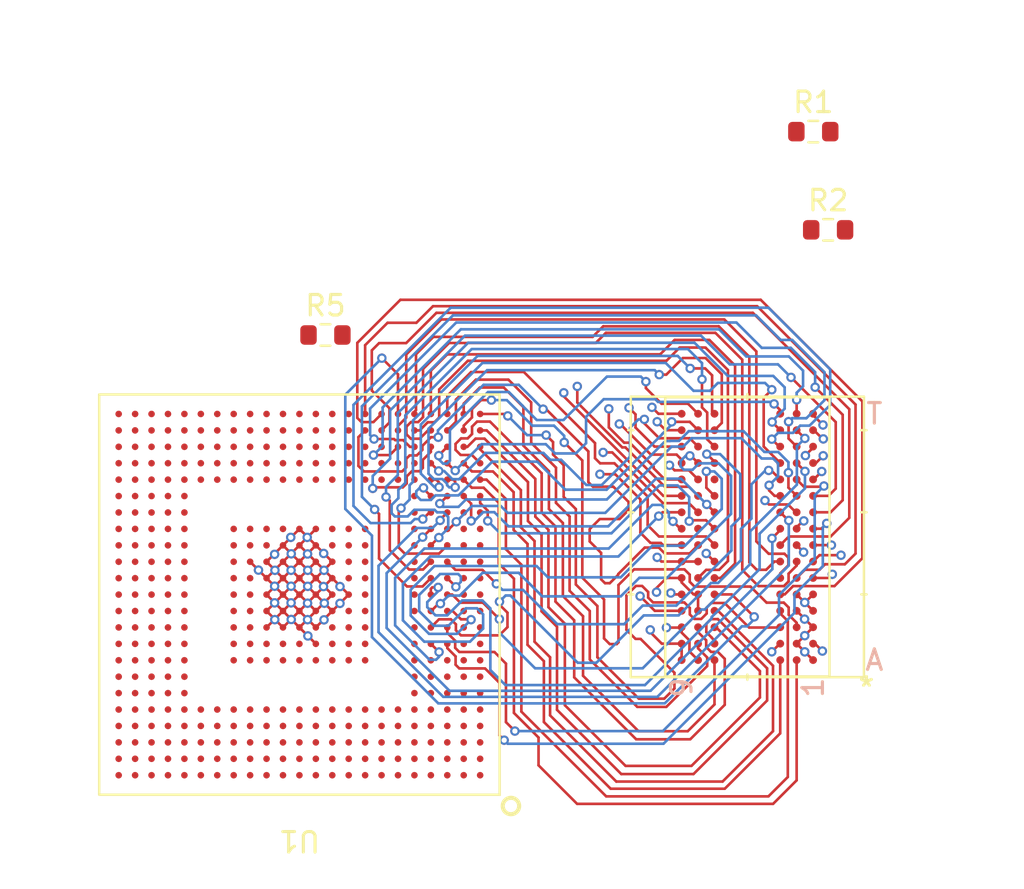
<source format=kicad_pcb>
(kicad_pcb (version 20211014) (generator pcbnew)
  (layers (0 "F.Cu" signal) (1 "In1.Cu" signal) (2 "In2.Cu" signal) (31 "B.Cu" signal) (34 "B.Paste" user) (35 "F.Paste" user) (36 "B.SilkS" user "B.Silkscreen") (37 "F.SilkS" user "F.Silkscreen") (38 "B.Mask" user) (39 "F.Mask" user) (44 "Edge.Cuts" user))
  (net 0 "")
  (net 339 "Net-(R1-Pad1)")
  (net 340 "GND")
  (net 341 "Net-(R2-Pad1)")
  (net 342 "/DDR_CLK")
  (net 343 "/DDR_CLKN")
  (net 344 "Net-(R5-Pad1)")
  (net 345 "/DDR_DQ8")
  (net 346 "/DDR_SDQS1_N")
  (net 347 "/DDR_A8")
  (net 348 "/DDR_CS1")
  (net 349 "/DDR_ODT0")
  (net 350 "/DDR_RST")
  (net 351 "/DDR_SDQS1")
  (net 352 "/DDR_DQ11")
  (net 353 "/DDR_DQ14")
  (net 354 "/DDR_DQ6")
  (net 355 "/DDR_DQ3")
  (net 356 "/DDR_SDQS0")
  (net 357 "/DDR_DQ4")
  (net 358 "/DDR_DQ5")
  (net 359 "/DDR_DQ9")
  (net 360 "/DDR_DQ12")
  (net 361 "/DDR_DQ7")
  (net 362 "/DDR_DQ1")
  (net 363 "/DDR_SDQS0_N")
  (net 364 "/DDR_SDQM0")
  (net 365 "/DDR_DQ2")
  (net 366 "/DDR_ODT1")
  (net 367 "/DDR_CKE1")
  (net 368 "/DDR_BA0")
  (net 369 "/DDR_BA2")
  (net 370 "/DDR_A10")
  (net 371 "/DDR_BA1")
  (net 372 "/DDR_A7")
  (net 373 "/DDR_A3")
  (net 374 "/DDR_CKE0")
  (net 375 "/DDR_A5")
  (net 376 "/DDR_A12")
  (net 377 "/DDR_A9")
  (net 378 "/DDR_A14")
  (net 379 "/DDR_A1")
  (net 380 "/DDR_NWE")
  (net 381 "/DDR_NRAS")
  (net 382 "/DDR_NCAS")
  (net 383 "/DDR_A2")
  (net 384 "/DDR_CS0")
  (net 385 "/DDR_A6")
  (net 386 "/DDR_SDQM1")
  (net 387 "/DDR_DQ13")
  (net 388 "/DDR_A11")
  (net 389 "/DDR_A0")
  (net 390 "/DDR_DQ10")
  (net 391 "/DDR_DQ15")
  (net 392 "/DDR_A13")
  (net 393 "/DDR_A4")
  (net 394 "+1V5")
  (net 395 "/DDR_DQ0")
  (net 396 "/DDR_VREF")
  (footprint "jlywxy:K4B8G1646B-MCK0" (layer "F.Cu") (at 64.456564 27.808292 180)
    (fp_text reference "U2" hide)
    (fp_text value "K4B8G1646B-MCK0" hide)
  )
  (footprint "Resistor_SMD:R_0603_1608Metric" (layer "F.Cu") (at 67.667632 8.062976)
    (fp_text reference "R1")
    (fp_text value "330R")
  )
  (footprint "Resistor_SMD:R_0603_1608Metric" (layer "F.Cu") (at 68.390008 12.84732)
    (fp_text reference "R2")
    (fp_text value "330R")
  )
  (footprint "jlywxy:awa20" (layer "F.Cu") (at 42.645584 30.618176 180)
    (fp_text reference "U1")
    (fp_text value "AllWinner-A20")
  )
  (footprint "Resistor_SMD:R_0603_1608Metric" (layer "F.Cu") (at 43.91356 17.971008)
    (fp_text reference "R5")
    (fp_text value "330R")
  )
  (segment (start 55.518304 20.961131) (end 60.365465 25.808292) (width 0.127) (layer "F.Cu") (net 339))
  (segment (start 60.365465 25.808292) (end 61.256564 25.808292) (width 0.127) (layer "F.Cu") (net 339))
  (segment (start 55.518304 20.78736) (end 55.518304 20.961131) (width 0.127) (layer "F.Cu") (net 339))
  (via (at 55.518304 20.78736) (size 0.4572) (drill 0.254) (layers "F.Cu" "B.Cu") (net 339))
  (segment (start 68.110608 33.369504) (end 67.749396 33.008292) (width 0.127) (layer "F.Cu") (net 340))
  (segment (start 62.056564 30.608292) (end 61.839116 30.608292) (width 0.127) (layer "F.Cu") (net 340))
  (segment (start 67.204525 27.027887) (end 67.166888 27.027887) (width 0.127) (layer "F.Cu") (net 340))
  (segment (start 67.965904 28.698952) (end 67.656564 29.008292) (width 0.127) (layer "F.Cu") (net 340))
  (segment (start 41.845584 32.218176) (end 44.245584 29.818176) (width 0.127) (layer "F.Cu") (net 340))
  (segment (start 60.033408 30.29712) (end 60.033408 30.499304) (width 0.127) (layer "F.Cu") (net 340))
  (segment (start 59.647328 32.365696) (end 59.67476 32.338264) (width 0.127) (layer "F.Cu") (net 340))
  (segment (start 58.45739 23.217718) (end 58.727934 23.217718) (width 0.127) (layer "F.Cu") (net 340))
  (segment (start 57.710974 21.56827) (end 57.710974 22.4713) (width 0.127) (layer "F.Cu") (net 340))
  (segment (start 60.43722 25.008292) (end 61.256564 25.008292) (width 0.127) (layer "F.Cu") (net 340))
  (segment (start 61.256564 30.02574) (end 61.256564 29.808292) (width 0.127) (layer "F.Cu") (net 340))
  (segment (start 42.645584 28.218176) (end 45.045584 30.618176) (width 0.127) (layer "F.Cu") (net 340))
  (segment (start 42.645584 27.418176) (end 44.245584 29.018176) (width 0.127) (layer "F.Cu") (net 340))
  (segment (start 69.015864 28.698952) (end 67.965904 28.698952) (width 0.127) (layer "F.Cu") (net 340))
  (segment (start 41.045584 29.018176) (end 43.445584 31.418176) (width 0.127) (layer "F.Cu") (net 340))
  (segment (start 61.839116 30.608292) (end 61.256564 30.02574) (width 0.127) (layer "F.Cu") (net 340))
  (segment (start 59.894724 24.465796) (end 60.43722 25.008292) (width 0.127) (layer "F.Cu") (net 340))
  (segment (start 67.262632 31.002224) (end 67.656564 30.608292) (width 0.127) (layer "F.Cu") (net 340))
  (segment (start 41.845584 28.218176) (end 44.245584 30.618176) (width 0.127) (layer "F.Cu") (net 340))
  (segment (start 60.033408 30.29712) (end 60.522236 29.808292) (width 0.127) (layer "F.Cu") (net 340))
  (segment (start 67.166888 27.027887) (end 66.856564 27.338211) (width 0.127) (layer "F.Cu") (net 340))
  (segment (start 43.445584 32.218176) (end 45.045584 30.618176) (width 0.127) (layer "F.Cu") (net 340))
  (segment (start 68.138501 22.353588) (end 67.656564 21.871651) (width 0.127) (layer "F.Cu") (net 340))
  (segment (start 58.727934 23.217718) (end 59.894724 24.384508) (width 0.127) (layer "F.Cu") (net 340))
  (segment (start 61.256564 29.008292) (end 62.056564 29.008292) (width 0.127) (layer "F.Cu") (net 340))
  (segment (start 43.445584 33.018176) (end 41.045584 30.618176) (width 0.127) (layer "F.Cu") (net 340))
  (segment (start 42.645584 32.218176) (end 44.245584 30.618176) (width 0.127) (layer "F.Cu") (net 340))
  (segment (start 41.045584 29.018176) (end 42.645584 27.418176) (width 0.127) (layer "F.Cu") (net 340))
  (segment (start 59.894724 24.384508) (end 59.894724 24.465796) (width 0.127) (layer "F.Cu") (net 340))
  (segment (start 41.845584 29.018176) (end 44.245584 31.418176) (width 0.127) (layer "F.Cu") (net 340))
  (segment (start 41.845584 32.218176) (end 41.045584 31.418176) (width 0.127) (layer "F.Cu") (net 340))
  (segment (start 59.010804 22.48154) (end 59.937556 23.408292) (width 0.127) (layer "F.Cu") (net 340))
  (segment (start 61.256564 33.808292) (end 61.256564 33.008292) (width 0.127) (layer "F.Cu") (net 340))
  (segment (start 59.67476 32.338264) (end 59.728608 32.338264) (width 0.127) (layer "F.Cu") (net 340))
  (segment (start 59.937556 23.408292) (end 61.256564 23.408292) (width 0.127) (layer "F.Cu") (net 340))
  (segment (start 65.644776 33.404048) (end 66.040532 33.008292) (width 0.127) (layer "F.Cu") (net 340))
  (segment (start 61.256564 29.808292) (end 60.522236 29.808292) (width 0.127) (layer "F.Cu") (net 340))
  (segment (start 60.289924 33.008292) (end 59.647328 32.365696) (width 0.127) (layer "F.Cu") (net 340))
  (segment (start 61.256564 29.008292) (end 60.271628 29.008292) (width 0.127) (layer "F.Cu") (net 340))
  (segment (start 68.07708 24.620728) (end 67.689516 25.008292) (width 0.127) (layer "F.Cu") (net 340))
  (segment (start 59.810904 21.49348) (end 60.125716 21.808292) (width 0.127) (layer "F.Cu") (net 340))
  (segment (start 60.125716 21.808292) (end 61.256564 21.808292) (width 0.127) (layer "F.Cu") (net 340))
  (segment (start 67.283659 23.833253) (end 67.70862 23.408292) (width 0.127) (layer "F.Cu") (net 340))
  (segment (start 61.256564 33.008292) (end 60.289924 33.008292) (width 0.127) (layer "F.Cu") (net 340))
  (segment (start 60.271628 29.008292) (end 60.064904 28.801568) (width 0.127) (layer "F.Cu") (net 340))
  (segment (start 59.010804 21.834864) (end 59.010804 22.48154) (width 0.127) (layer "F.Cu") (net 340))
  (segment (start 41.045584 32.218176) (end 44.245584 29.018176) (width 0.127) (layer "F.Cu") (net 340))
  (segment (start 66.856564 30.608292) (end 67.656564 31.408292) (width 0.127) (layer "F.Cu") (net 340))
  (segment (start 67.250056 31.002224) (end 67.262632 31.002224) (width 0.127) (layer "F.Cu") (net 340))
  (segment (start 41.045584 31.418176) (end 43.445584 29.018176) (width 0.127) (layer "F.Cu") (net 340))
  (segment (start 58.69432 21.51838) (end 59.010804 21.834864) (width 0.127) (layer "F.Cu") (net 340))
  (segment (start 40.245584 29.018176) (end 43.445584 32.218176) (width 0.127) (layer "F.Cu") (net 340))
  (segment (start 57.710974 22.4713) (end 58.45739 23.217718) (width 0.127) (layer "F.Cu") (net 340))
  (segment (start 67.283659 23.846307) (end 67.283659 23.833253) (width 0.127) (layer "F.Cu") (net 340))
  (segment (start 41.045584 29.818176) (end 43.445584 27.418176) (width 0.127) (layer "F.Cu") (net 340))
  (segment (start 62.056564 31.408292) (end 62.056564 30.608292) (width 0.127) (layer "F.Cu") (net 340))
  (segment (start 41.045584 30.618176) (end 43.445584 28.218176) (width 0.127) (layer "F.Cu") (net 340))
  (via (at 59.728608 32.338264) (size 0.4572) (drill 0.254) (layers "F.Cu" "B.Cu") (net 340))
  (via (at 40.652192 29.425392) (size 0.4572) (drill 0.254) (layers "F.Cu" "B.Cu") (net 340))
  (via (at 44.620688 31.045912) (size 0.4572) (drill 0.254) (layers "F.Cu" "B.Cu") (net 340))
  (via (at 65.644776 33.404048) (size 0.4572) (drill 0.254) (layers "F.Cu" "B.Cu") (net 340))
  (via (at 41.43756 28.65628) (size 0.4572) (drill 0.254) (layers "F.Cu" "B.Cu") (net 340))
  (via (at 41.43756 30.209744) (size 0.4572) (drill 0.254) (layers "F.Cu" "B.Cu") (net 340))
  (via (at 43.827192 28.614624) (size 0.4572) (drill 0.254) (layers "F.Cu" "B.Cu") (net 340))
  (via (at 41.453816 29.43352) (size 0.4572) (drill 0.254) (layers "F.Cu" "B.Cu") (net 340))
  (via (at 68.07708 24.620728) (size 0.4572) (drill 0.254) (layers "F.Cu" "B.Cu") (net 340))
  (via (at 68.138501 22.353588) (size 0.4572) (drill 0.254) (layers "F.Cu" "B.Cu") (net 340))
  (via (at 57.710974 21.56827) (size 0.4572) (drill 0.254) (layers "F.Cu" "B.Cu") (net 340))
  (via (at 43.843448 29.43352) (size 0.4572) (drill 0.254) (layers "F.Cu" "B.Cu") (net 340))
  (via (at 43.048936 30.214824) (size 0.4572) (drill 0.254) (layers "F.Cu" "B.Cu") (net 340))
  (via (at 69.015864 28.698952) (size 0.4572) (drill 0.254) (layers "F.Cu" "B.Cu") (net 340))
  (via (at 42.239184 30.209744) (size 0.4572) (drill 0.254) (layers "F.Cu" "B.Cu") (net 340))
  (via (at 43.049952 29.43352) (size 0.4572) (drill 0.254) (layers "F.Cu" "B.Cu") (net 340))
  (via (at 44.620688 30.227016) (size 0.4572) (drill 0.254) (layers "F.Cu" "B.Cu") (net 340))
  (via (at 60.033408 30.499304) (size 0.4572) (drill 0.254) (layers "F.Cu" "B.Cu") (net 340))
  (via (at 60.064904 28.801568) (size 0.4572) (drill 0.254) (layers "F.Cu" "B.Cu") (net 340))
  (via (at 43.041824 31.037784) (size 0.4572) (drill 0.254) (layers "F.Cu" "B.Cu") (net 340))
  (via (at 43.024552 27.829256) (size 0.4572) (drill 0.254) (layers "F.Cu" "B.Cu") (net 340))
  (via (at 43.041824 28.640024) (size 0.4572) (drill 0.254) (layers "F.Cu" "B.Cu") (net 340))
  (via (at 43.05808 32.632904) (size 0.4572) (drill 0.254) (layers "F.Cu" "B.Cu") (net 340))
  (via (at 42.247312 28.63088) (size 0.4572) (drill 0.254) (layers "F.Cu" "B.Cu") (net 340))
  (via (at 43.818048 30.227016) (size 0.4572) (drill 0.254) (layers "F.Cu" "B.Cu") (net 340))
  (via (at 43.859704 31.037784) (size 0.4572) (drill 0.254) (layers "F.Cu" "B.Cu") (net 340))
  (via (at 42.247312 31.83128) (size 0.4572) (drill 0.254) (layers "F.Cu" "B.Cu") (net 340))
  (via (at 67.250056 31.002224) (size 0.4572) (drill 0.254) (layers "F.Cu" "B.Cu") (net 340))
  (via (at 58.69432 21.51838) (size 0.4572) (drill 0.254) (layers "F.Cu" "B.Cu") (net 340))
  (via (at 42.239184 31.020512) (size 0.4572) (drill 0.254) (layers "F.Cu" "B.Cu") (net 340))
  (via (at 59.810904 21.49348) (size 0.4572) (drill 0.254) (layers "F.Cu" "B.Cu") (net 340))
  (via (at 67.204525 27.027887) (size 0.4572) (drill 0.254) (layers "F.Cu" "B.Cu") (net 340))
  (via (at 41.43756 31.020512) (size 0.4572) (drill 0.254) (layers "F.Cu" "B.Cu") (net 340))
  (via (at 43.041824 31.839408) (size 0.4572) (drill 0.254) (layers "F.Cu" "B.Cu") (net 340))
  (via (at 43.843448 31.847536) (size 0.4572) (drill 0.254) (layers "F.Cu" "B.Cu") (net 340))
  (via (at 68.110608 33.369504) (size 0.4572) (drill 0.254) (layers "F.Cu" "B.Cu") (net 340))
  (via (at 42.222928 27.829256) (size 0.4572) (drill 0.254) (layers "F.Cu" "B.Cu") (net 340))
  (via (at 41.445688 31.839408) (size 0.4572) (drill 0.254) (layers "F.Cu" "B.Cu") (net 340))
  (via (at 42.239184 29.43352) (size 0.4572) (drill 0.254) (layers "F.Cu" "B.Cu") (net 340))
  (via (at 67.283659 23.846307) (size 0.4572) (drill 0.254) (layers "F.Cu" "B.Cu") (net 340))
  (segment (start 61.611664 25.363392) (end 62.056564 25.808292) (width 0.127) (layer "F.Cu") (net 341))
  (segment (start 60.435712 25.363392) (end 61.611664 25.363392) (width 0.127) (layer "F.Cu") (net 341))
  (segment (start 56.175656 21.259274) (end 58.362701 23.446318) (width 0.127) (layer "F.Cu") (net 341))
  (segment (start 58.362701 23.446318) (end 58.518638 23.446318) (width 0.127) (layer "F.Cu") (net 341))
  (segment (start 58.518638 23.446318) (end 60.435712 25.363392) (width 0.127) (layer "F.Cu") (net 341))
  (segment (start 56.175656 21.259274) (end 56.175656 20.474432) (width 0.127) (layer "F.Cu") (net 341))
  (via (at 56.175656 20.474432) (size 0.4572) (drill 0.254) (layers "F.Cu" "B.Cu") (net 341))
  (segment (start 61.624278 27.041036) (end 61.668162 26.997152) (width 0.127) (layer "F.Cu") (net 342))
  (segment (start 51.445576 26.158407) (end 51.445576 25.818176) (width 0.127) (layer "F.Cu") (net 342))
  (segment (start 62.445424 26.997152) (end 62.856564 27.408292) (width 0.127) (layer "F.Cu") (net 342))
  (segment (start 51.814984 27.027632) (end 51.814984 26.527815) (width 0.127) (layer "F.Cu") (net 342))
  (segment (start 51.814984 26.527815) (end 51.445576 26.158407) (width 0.127) (layer "F.Cu") (net 342))
  (segment (start 61.668162 26.997152) (end 62.445424 26.997152) (width 0.127) (layer "F.Cu") (net 342))
  (via (at 61.624278 27.041036) (size 0.4572) (drill 0.254) (layers "F.Cu" "B.Cu") (net 342))
  (via (at 51.814984 27.027632) (size 0.4572) (drill 0.254) (layers "F.Cu" "B.Cu") (net 342))
  (segment (start 57.839864 27.63012) (end 60.170568 25.299416) (width 0.127) (layer "B.Cu") (net 342))
  (segment (start 61.059568 25.299416) (end 61.624278 25.864126) (width 0.127) (layer "B.Cu") (net 342))
  (segment (start 52.417472 27.63012) (end 57.839864 27.63012) (width 0.127) (layer "B.Cu") (net 342))
  (segment (start 61.624278 25.864126) (end 61.624278 27.041036) (width 0.127) (layer "B.Cu") (net 342))
  (segment (start 60.170568 25.299416) (end 61.059568 25.299416) (width 0.127) (layer "B.Cu") (net 342))
  (segment (start 51.814984 27.027632) (end 52.417472 27.63012) (width 0.127) (layer "B.Cu") (net 342))
  (segment (start 51.007264 27.027632) (end 51.007264 26.187368) (width 0.127) (layer "F.Cu") (net 343))
  (segment (start 51.007264 26.187368) (end 50.645584 25.825688) (width 0.127) (layer "F.Cu") (net 343))
  (segment (start 62.856564 26.602636) (end 62.477396 26.223468) (width 0.127) (layer "F.Cu") (net 343))
  (via (at 51.007264 27.027632) (size 0.4572) (drill 0.254) (layers "F.Cu" "B.Cu") (net 343))
  (via (at 62.477396 26.223468) (size 0.4572) (drill 0.254) (layers "F.Cu" "B.Cu") (net 343))
  (segment (start 51.166776 27.027632) (end 51.591464 26.602944) (width 0.127) (layer "B.Cu") (net 343))
  (segment (start 51.007264 27.027632) (end 51.166776 27.027632) (width 0.127) (layer "B.Cu") (net 343))
  (segment (start 60.00496 24.971248) (end 61.225176 24.971248) (width 0.127) (layer "B.Cu") (net 343))
  (segment (start 61.225176 24.971248) (end 62.477396 26.223468) (width 0.127) (layer "B.Cu") (net 343))
  (segment (start 52.137056 26.602944) (end 52.82692 27.292808) (width 0.127) (layer "B.Cu") (net 343))
  (segment (start 51.591464 26.602944) (end 52.137056 26.602944) (width 0.127) (layer "B.Cu") (net 343))
  (segment (start 57.6834 27.292808) (end 60.00496 24.971248) (width 0.127) (layer "B.Cu") (net 343))
  (segment (start 52.82692 27.292808) (end 57.6834 27.292808) (width 0.127) (layer "B.Cu") (net 343))
  (segment (start 54.093872 32.914336) (end 54.850792 33.671256) (width 0.127) (layer "F.Cu") (net 345))
  (segment (start 54.093872 28.008072) (end 54.093872 32.914336) (width 0.127) (layer "F.Cu") (net 345))
  (segment (start 63.250064 39.727632) (end 65.705736 37.27196) (width 0.127) (layer "F.Cu") (net 345))
  (segment (start 65.705736 37.27196) (end 65.705736 34.084768) (width 0.127) (layer "F.Cu") (net 345))
  (segment (start 51.445584 23.418176) (end 51.445584 23.543176) (width 0.127) (layer "F.Cu") (net 345))
  (segment (start 54.850792 36.502848) (end 58.075576 39.727632) (width 0.127) (layer "F.Cu") (net 345))
  (segment (start 53.428392 25.525984) (end 53.428392 27.342592) (width 0.127) (layer "F.Cu") (net 345))
  (segment (start 51.445584 23.543176) (end 53.428392 25.525984) (width 0.127) (layer "F.Cu") (net 345))
  (segment (start 54.850792 33.671256) (end 54.850792 36.502848) (width 0.127) (layer "F.Cu") (net 345))
  (segment (start 65.705736 34.084768) (end 63.04788 31.426912) (width 0.127) (layer "F.Cu") (net 345))
  (segment (start 58.075576 39.727632) (end 63.250064 39.727632) (width 0.127) (layer "F.Cu") (net 345))
  (segment (start 53.428392 27.342592) (end 54.093872 28.008072) (width 0.127) (layer "F.Cu") (net 345))
  (segment (start 62.728856 32.718607) (end 62.728856 32.73044) (width 0.127) (layer "F.Cu") (net 346))
  (segment (start 51.65852 23.020528) (end 53.773832 25.13584) (width 0.127) (layer "F.Cu") (net 346))
  (segment (start 53.773832 27.036776) (end 54.436264 27.699208) (width 0.127) (layer "F.Cu") (net 346))
  (segment (start 62.688656 31.812552) (end 62.4586 32.042608) (width 0.127) (layer "F.Cu") (net 346))
  (segment (start 62.4586 32.042608) (end 62.4586 32.448351) (width 0.127) (layer "F.Cu") (net 346))
  (segment (start 50.826024 23.418176) (end 51.223672 23.020528) (width 0.127) (layer "F.Cu") (net 346))
  (segment (start 54.436264 31.434024) (end 55.188104 32.185864) (width 0.127) (layer "F.Cu") (net 346))
  (segment (start 51.223672 23.020528) (end 51.65852 23.020528) (width 0.127) (layer "F.Cu") (net 346))
  (segment (start 63.020485 31.812552) (end 62.688656 31.812552) (width 0.127) (layer "F.Cu") (net 346))
  (segment (start 62.856564 32.858148) (end 62.856564 33.008292) (width 0.127) (layer "F.Cu") (net 346))
  (segment (start 58.3184 39.361872) (end 61.83376 39.361872) (width 0.127) (layer "F.Cu") (net 346))
  (segment (start 65.419224 34.211291) (end 63.020485 31.812552) (width 0.127) (layer "F.Cu") (net 346))
  (segment (start 62.4586 32.448351) (end 62.728856 32.718607) (width 0.127) (layer "F.Cu") (net 346))
  (segment (start 55.188104 32.185864) (end 55.188104 36.231576) (width 0.127) (layer "F.Cu") (net 346))
  (segment (start 50.645584 23.418176) (end 50.826024 23.418176) (width 0.127) (layer "F.Cu") (net 346))
  (segment (start 61.83376 39.361872) (end 65.419224 35.776408) (width 0.127) (layer "F.Cu") (net 346))
  (segment (start 65.419224 35.776408) (end 65.419224 34.211291) (width 0.127) (layer "F.Cu") (net 346))
  (segment (start 53.773832 25.13584) (end 53.773832 27.036776) (width 0.127) (layer "F.Cu") (net 346))
  (segment (start 62.728856 32.73044) (end 62.856564 32.858148) (width 0.127) (layer "F.Cu") (net 346))
  (segment (start 54.436264 27.699208) (end 54.436264 31.434024) (width 0.127) (layer "F.Cu") (net 346))
  (segment (start 55.188104 36.231576) (end 58.3184 39.361872) (width 0.127) (layer "F.Cu") (net 346))
  (segment (start 49.432464 23.831296) (end 49.845584 23.418176) (width 0.127) (layer "F.Cu") (net 347))
  (segment (start 59.516264 20.242784) (end 59.516264 20.559792) (width 0.127) (layer "F.Cu") (net 347))
  (segment (start 60.2747 21.318228) (end 61.5665 21.318228) (width 0.127) (layer "F.Cu") (net 347))
  (segment (start 49.432464 23.849584) (end 49.432464 23.831296) (width 0.127) (layer "F.Cu") (net 347))
  (segment (start 61.5665 21.318228) (end 62.056564 21.808292) (width 0.127) (layer "F.Cu") (net 347))
  (segment (start 59.516264 20.559792) (end 60.2747 21.318228) (width 0.127) (layer "F.Cu") (net 347))
  (via (at 59.516264 20.242784) (size 0.4572) (drill 0.254) (layers "F.Cu" "B.Cu") (net 347))
  (via (at 49.432464 23.849584) (size 0.4572) (drill 0.254) (layers "F.Cu" "B.Cu") (net 347))
  (segment (start 49.973992 24.092408) (end 49.827688 24.238712) (width 0.127) (layer "B.Cu") (net 347))
  (segment (start 57.620408 19.996912) (end 55.50408 22.11324) (width 0.127) (layer "B.Cu") (net 347))
  (segment (start 49.827688 24.238712) (end 49.642776 24.238712) (width 0.127) (layer "B.Cu") (net 347))
  (segment (start 59.516264 20.242784) (end 59.270392 19.996912) (width 0.127) (layer "B.Cu") (net 347))
  (segment (start 49.642776 24.238712) (end 49.432464 24.0284) (width 0.127) (layer "B.Cu") (net 347))
  (segment (start 53.526944 21.432318) (end 52.843886 20.74926) (width 0.127) (layer "B.Cu") (net 347))
  (segment (start 55.50408 22.11324) (end 54.20106 22.11324) (width 0.127) (layer "B.Cu") (net 347))
  (segment (start 52.843886 20.74926) (end 51.829708 20.74926) (width 0.127) (layer "B.Cu") (net 347))
  (segment (start 53.526944 21.439124) (end 53.526944 21.432318) (width 0.127) (layer "B.Cu") (net 347))
  (segment (start 54.20106 22.11324) (end 53.526944 21.439124) (width 0.127) (layer "B.Cu") (net 347))
  (segment (start 51.829708 20.74926) (end 49.973992 22.604976) (width 0.127) (layer "B.Cu") (net 347))
  (segment (start 49.432464 24.0284) (end 49.432464 23.849584) (width 0.127) (layer "B.Cu") (net 347))
  (segment (start 49.973992 22.604976) (end 49.973992 24.092408) (width 0.127) (layer "B.Cu") (net 347))
  (segment (start 59.270392 19.996912) (end 57.620408 19.996912) (width 0.127) (layer "B.Cu") (net 347))
  (segment (start 68.406404 25.808292) (end 67.656564 25.808292) (width 0.127) (layer "F.Cu") (net 348))
  (segment (start 47.681449 25.391872) (end 47.866808 25.206513) (width 0.127) (layer "F.Cu") (net 348))
  (segment (start 46.266608 25.391872) (end 47.681449 25.391872) (width 0.127) (layer "F.Cu") (net 348))
  (segment (start 48.491648 24.608536) (end 48.654208 24.445976) (width 0.127) (layer "F.Cu") (net 348))
  (segment (start 48.654208 24.055832) (end 49.045584 23.664456) (width 0.127) (layer "F.Cu") (net 348))
  (segment (start 48.654208 24.445976) (end 48.654208 24.055832) (width 0.127) (layer "F.Cu") (net 348))
  (segment (start 68.759832 22.212808) (end 68.759832 25.454864) (width 0.127) (layer "F.Cu") (net 348))
  (segment (start 47.866808 25.206513) (end 47.866808 24.863552) (width 0.127) (layer "F.Cu") (net 348))
  (segment (start 49.045584 23.664456) (end 49.045584 23.418176) (width 0.127) (layer "F.Cu") (net 348))
  (segment (start 48.121824 24.608536) (end 48.491648 24.608536) (width 0.127) (layer "F.Cu") (net 348))
  (segment (start 46.214792 25.443688) (end 46.266608 25.391872) (width 0.127) (layer "F.Cu") (net 348))
  (segment (start 47.866808 24.863552) (end 48.121824 24.608536) (width 0.127) (layer "F.Cu") (net 348))
  (segment (start 68.759832 25.454864) (end 68.406404 25.808292) (width 0.127) (layer "F.Cu") (net 348))
  (segment (start 66.582544 20.03552) (end 68.759832 22.212808) (width 0.127) (layer "F.Cu") (net 348))
  (via (at 66.582544 20.03552) (size 0.4572) (drill 0.254) (layers "F.Cu" "B.Cu") (net 348))
  (via (at 46.214792 25.443688) (size 0.4572) (drill 0.254) (layers "F.Cu" "B.Cu") (net 348))
  (segment (start 65.94856 19.401536) (end 66.582544 20.03552) (width 0.127) (layer "B.Cu") (net 348))
  (segment (start 47.062136 21.64588) (end 50.705512 18.002504) (width 0.127) (layer "B.Cu") (net 348))
  (segment (start 63.598552 19.401536) (end 65.94856 19.401536) (width 0.127) (layer "B.Cu") (net 348))
  (segment (start 46.214792 25.443688) (end 46.214792 24.840184) (width 0.127) (layer "B.Cu") (net 348))
  (segment (start 50.705512 18.002504) (end 62.19952 18.002504) (width 0.127) (layer "B.Cu") (net 348))
  (segment (start 47.062136 23.99284) (end 47.062136 21.64588) (width 0.127) (layer "B.Cu") (net 348))
  (segment (start 62.19952 18.002504) (end 63.598552 19.401536) (width 0.127) (layer "B.Cu") (net 348))
  (segment (start 46.214792 24.840184) (end 47.062136 23.99284) (width 0.127) (layer "B.Cu") (net 348))
  (segment (start 67.756024 20.515072) (end 69.09816 21.857208) (width 0.127) (layer "F.Cu") (net 349))
  (segment (start 68.508612 26.608292) (end 67.656564 26.608292) (width 0.127) (layer "F.Cu") (net 349))
  (segment (start 69.09816 26.018744) (end 68.508612 26.608292) (width 0.127) (layer "F.Cu") (net 349))
  (segment (start 47.700604 23.093076) (end 48.025704 23.418176) (width 0.127) (layer "F.Cu") (net 349))
  (segment (start 48.025704 23.418176) (end 48.245584 23.418176) (width 0.127) (layer "F.Cu") (net 349))
  (segment (start 69.09816 21.857208) (end 69.09816 26.018744) (width 0.127) (layer "F.Cu") (net 349))
  (segment (start 46.277784 23.038816) (end 47.256663 23.038816) (width 0.127) (layer "F.Cu") (net 349))
  (segment (start 47.256663 23.038816) (end 47.310923 23.093076) (width 0.127) (layer "F.Cu") (net 349))
  (segment (start 47.310923 23.093076) (end 47.700604 23.093076) (width 0.127) (layer "F.Cu") (net 349))
  (via (at 46.277784 23.038816) (size 0.4572) (drill 0.254) (layers "F.Cu" "B.Cu") (net 349))
  (via (at 67.756024 20.515072) (size 0.4572) (drill 0.254) (layers "F.Cu" "B.Cu") (net 349))
  (segment (start 50.280824 17.361408) (end 46.087792 21.55444) (width 0.127) (layer "B.Cu") (net 349))
  (segment (start 46.087792 22.848824) (end 46.277784 23.038816) (width 0.127) (layer "B.Cu") (net 349))
  (segment (start 66.572384 18.596864) (end 65.15608 18.596864) (width 0.127) (layer "B.Cu") (net 349))
  (segment (start 63.920624 17.361408) (end 50.280824 17.361408) (width 0.127) (layer "B.Cu") (net 349))
  (segment (start 67.756024 20.515072) (end 67.756024 19.780504) (width 0.127) (layer "B.Cu") (net 349))
  (segment (start 46.087792 21.55444) (end 46.087792 22.848824) (width 0.127) (layer "B.Cu") (net 349))
  (segment (start 67.756024 19.780504) (end 66.572384 18.596864) (width 0.127) (layer "B.Cu") (net 349))
  (segment (start 65.15608 18.596864) (end 63.920624 17.361408) (width 0.127) (layer "B.Cu") (net 349))
  (segment (start 66.856564 21.129036) (end 66.856564 21.808292) (width 0.127) (layer "F.Cu") (net 350))
  (segment (start 46.251368 23.821136) (end 47.042624 23.821136) (width 0.127) (layer "F.Cu") (net 350))
  (segment (start 47.042624 23.821136) (end 47.445584 23.418176) (width 0.127) (layer "F.Cu") (net 350))
  (via (at 46.251368 23.821136) (size 0.4572) (drill 0.254) (layers "F.Cu" "B.Cu") (net 350))
  (via (at 66.856564 21.129036) (size 0.4572) (drill 0.254) (layers "F.Cu" "B.Cu") (net 350))
  (segment (start 46.69536 23.377144) (end 46.251368 23.821136) (width 0.127) (layer "B.Cu") (net 350))
  (segment (start 50.50536 17.694656) (end 46.696884 21.503132) (width 0.127) (layer "B.Cu") (net 350))
  (segment (start 46.69536 23.213937) (end 46.69536 23.377144) (width 0.127) (layer "B.Cu") (net 350))
  (segment (start 67.168776 20.472408) (end 67.168776 19.708368) (width 0.127) (layer "B.Cu") (net 350))
  (segment (start 46.696884 23.212413) (end 46.69536 23.213937) (width 0.127) (layer "B.Cu") (net 350))
  (segment (start 46.696884 21.503132) (end 46.696884 23.212413) (width 0.127) (layer "B.Cu") (net 350))
  (segment (start 64.401192 19.015456) (end 63.080392 17.694656) (width 0.127) (layer "B.Cu") (net 350))
  (segment (start 66.475864 19.015456) (end 64.401192 19.015456) (width 0.127) (layer "B.Cu") (net 350))
  (segment (start 67.168776 19.708368) (end 66.475864 19.015456) (width 0.127) (layer "B.Cu") (net 350))
  (segment (start 63.080392 17.694656) (end 50.50536 17.694656) (width 0.127) (layer "B.Cu") (net 350))
  (segment (start 66.856564 21.129036) (end 66.856564 20.78462) (width 0.127) (layer "B.Cu") (net 350))
  (segment (start 66.856564 20.78462) (end 67.168776 20.472408) (width 0.127) (layer "B.Cu") (net 350))
  (segment (start 54.770528 27.460448) (end 54.770528 31.232856) (width 0.127) (layer "F.Cu") (net 351))
  (segment (start 65.067688 35.632136) (end 65.067688 34.344689) (width 0.127) (layer "F.Cu") (net 351))
  (segment (start 54.131464 24.982424) (end 54.131464 26.821384) (width 0.127) (layer "F.Cu") (net 351))
  (segment (start 54.131464 26.821384) (end 54.770528 27.460448) (width 0.127) (layer "F.Cu") (net 351))
  (segment (start 51.767216 22.618176) (end 54.131464 24.982424) (width 0.127) (layer "F.Cu") (net 351))
  (segment (start 51.445584 22.618176) (end 51.767216 22.618176) (width 0.127) (layer "F.Cu") (net 351))
  (segment (start 54.770528 31.232856) (end 55.57012 32.032448) (width 0.127) (layer "F.Cu") (net 351))
  (segment (start 55.57012 36.008056) (end 58.525664 38.9636) (width 0.127) (layer "F.Cu") (net 351))
  (segment (start 58.525664 38.9636) (end 61.736224 38.9636) (width 0.127) (layer "F.Cu") (net 351))
  (segment (start 61.736224 38.9636) (end 65.067688 35.632136) (width 0.127) (layer "F.Cu") (net 351))
  (segment (start 65.067688 34.344689) (end 62.931291 32.208292) (width 0.127) (layer "F.Cu") (net 351))
  (segment (start 55.57012 32.032448) (end 55.57012 36.008056) (width 0.127) (layer "F.Cu") (net 351))
  (segment (start 56.420512 29.796232) (end 57.478168 30.853888) (width 0.127) (layer "F.Cu") (net 352))
  (segment (start 61.391776 29.388792) (end 61.65088 29.647896) (width 0.127) (layer "F.Cu") (net 352))
  (segment (start 58.18124 30.1498) (end 58.942248 29.388792) (width 0.127) (layer "F.Cu") (net 352))
  (segment (start 61.65088 29.647896) (end 61.65088 29.996384) (width 0.127) (layer "F.Cu") (net 352))
  (segment (start 51.992784 21.14296) (end 51.487832 21.14296) (width 0.127) (layer "F.Cu") (net 352))
  (segment (start 66.468752 31.246064) (end 66.468752 31.604712) (width 0.127) (layer "F.Cu") (net 352))
  (segment (start 58.096912 33.028128) (end 58.18124 32.9438) (width 0.127) (layer "F.Cu") (net 352))
  (segment (start 66.468752 31.604712) (end 66.856564 31.992524) (width 0.127) (layer "F.Cu") (net 352))
  (segment (start 51.487832 21.14296) (end 51.046888 21.583904) (width 0.127) (layer "F.Cu") (net 352))
  (segment (start 61.882528 30.228032) (end 64.609472 30.228032) (width 0.127) (layer "F.Cu") (net 352))
  (segment (start 57.478168 32.752792) (end 57.753504 33.028128) (width 0.127) (layer "F.Cu") (net 352))
  (segment (start 64.609472 30.228032) (end 65.391792 31.010352) (width 0.127) (layer "F.Cu") (net 352))
  (segment (start 58.942248 29.388792) (end 61.391776 29.388792) (width 0.127) (layer "F.Cu") (net 352))
  (segment (start 51.046888 21.988272) (end 50.645584 22.389576) (width 0.127) (layer "F.Cu") (net 352))
  (segment (start 61.65088 29.996384) (end 61.882528 30.228032) (width 0.127) (layer "F.Cu") (net 352))
  (segment (start 55.538624 23.203408) (end 56.420512 24.085296) (width 0.127) (layer "F.Cu") (net 352))
  (segment (start 66.856564 31.992524) (end 66.856564 32.208292) (width 0.127) (layer "F.Cu") (net 352))
  (segment (start 56.420512 24.085296) (end 56.420512 29.796232) (width 0.127) (layer "F.Cu") (net 352))
  (segment (start 58.18124 32.9438) (end 58.18124 30.1498) (width 0.127) (layer "F.Cu") (net 352))
  (segment (start 65.391792 31.010352) (end 66.23304 31.010352) (width 0.127) (layer "F.Cu") (net 352))
  (segment (start 57.478168 30.853888) (end 57.478168 32.752792) (width 0.127) (layer "F.Cu") (net 352))
  (segment (start 51.046888 21.583904) (end 51.046888 21.988272) (width 0.127) (layer "F.Cu") (net 352))
  (segment (start 50.645584 22.389576) (end 50.645584 22.618176) (width 0.127) (layer "F.Cu") (net 352))
  (segment (start 57.753504 33.028128) (end 58.096912 33.028128) (width 0.127) (layer "F.Cu") (net 352))
  (segment (start 66.23304 31.010352) (end 66.468752 31.246064) (width 0.127) (layer "F.Cu") (net 352))
  (via (at 51.992784 21.14296) (size 0.4572) (drill 0.254) (layers "F.Cu" "B.Cu") (net 352))
  (via (at 55.538624 23.203408) (size 0.4572) (drill 0.254) (layers "F.Cu" "B.Cu") (net 352))
  (segment (start 52.743608 21.14296) (end 51.992784 21.14296) (width 0.127) (layer "B.Cu") (net 352))
  (segment (start 55.043832 22.388576) (end 53.989224 22.388576) (width 0.127) (layer "B.Cu") (net 352))
  (segment (start 55.538624 22.883368) (end 55.043832 22.388576) (width 0.127) (layer "B.Cu") (net 352))
  (segment (start 53.989224 22.388576) (end 52.743608 21.14296) (width 0.127) (layer "B.Cu") (net 352))
  (segment (start 55.538624 23.203408) (end 55.538624 22.883368) (width 0.127) (layer "B.Cu") (net 352))
  (segment (start 55.13832 24.432364) (end 55.13832 26.147776) (width 0.127) (layer "F.Cu") (net 353))
  (segment (start 62.501464 33.681608) (end 62.056564 33.236708) (width 0.127) (layer "F.Cu") (net 353))
  (segment (start 56.783224 33.77692) (end 59.096656 36.090352) (width 0.127) (layer "F.Cu") (net 353))
  (segment (start 55.801768 26.811224) (end 55.801768 30.435296) (width 0.127) (layer "F.Cu") (net 353))
  (segment (start 55.13832 26.147776) (end 55.801768 26.811224) (width 0.127) (layer "F.Cu") (net 353))
  (segment (start 56.783224 31.416752) (end 56.783224 33.77692) (width 0.127) (layer "F.Cu") (net 353))
  (segment (start 59.096656 36.090352) (end 60.510928 36.090352) (width 0.127) (layer "F.Cu") (net 353))
  (segment (start 50.2666 22.19716) (end 50.2666 21.11756) (width 0.127) (layer "F.Cu") (net 353))
  (segment (start 55.801768 30.435296) (end 56.783224 31.416752) (width 0.127) (layer "F.Cu") (net 353))
  (segment (start 50.2666 21.11756) (end 51.237896 20.146264) (width 0.127) (layer "F.Cu") (net 353))
  (segment (start 49.845584 22.618176) (end 50.2666 22.19716) (width 0.127) (layer "F.Cu") (net 353))
  (segment (start 53.931312 21.256752) (end 53.931312 23.225356) (width 0.127) (layer "F.Cu") (net 353))
  (segment (start 51.237896 20.146264) (end 52.820824 20.146264) (width 0.127) (layer "F.Cu") (net 353))
  (segment (start 53.931312 23.225356) (end 55.13832 24.432364) (width 0.127) (layer "F.Cu") (net 353))
  (segment (start 52.820824 20.146264) (end 53.931312 21.256752) (width 0.127) (layer "F.Cu") (net 353))
  (segment (start 60.510928 36.090352) (end 62.501464 34.099816) (width 0.127) (layer "F.Cu") (net 353))
  (segment (start 62.501464 34.099816) (end 62.501464 33.681608) (width 0.127) (layer "F.Cu") (net 353))
  (segment (start 62.056564 33.236708) (end 62.056564 33.008292) (width 0.127) (layer "F.Cu") (net 353))
  (segment (start 66.856564 29.206236) (end 66.856564 29.008292) (width 0.127) (layer "F.Cu") (net 354))
  (segment (start 49.045584 22.618176) (end 48.907208 22.618176) (width 0.127) (layer "F.Cu") (net 354))
  (segment (start 48.665384 19.626072) (end 49.930304 18.361152) (width 0.127) (layer "F.Cu") (net 354))
  (segment (start 62.898528 17.865344) (end 64.209168 19.175984) (width 0.127) (layer "F.Cu") (net 354))
  (segment (start 66.463672 29.976064) (end 66.463672 29.599128) (width 0.127) (layer "F.Cu") (net 354))
  (segment (start 64.995552 30.203648) (end 66.236088 30.203648) (width 0.127) (layer "F.Cu") (net 354))
  (segment (start 64.209168 19.175984) (end 64.209168 29.417264) (width 0.127) (layer "F.Cu") (net 354))
  (segment (start 49.930304 18.361152) (end 57.071768 18.361152) (width 0.127) (layer "F.Cu") (net 354))
  (segment (start 48.073056 23.023576) (end 47.857664 22.808184) (width 0.127) (layer "F.Cu") (net 354))
  (segment (start 47.857664 22.434296) (end 48.079152 22.212808) (width 0.127) (layer "F.Cu") (net 354))
  (segment (start 48.079152 22.212808) (end 48.428656 22.212808) (width 0.127) (layer "F.Cu") (net 354))
  (segment (start 48.665384 21.97608) (end 48.665384 19.626072) (width 0.127) (layer "F.Cu") (net 354))
  (segment (start 64.209168 29.417264) (end 64.995552 30.203648) (width 0.127) (layer "F.Cu") (net 354))
  (segment (start 57.071768 18.361152) (end 57.567576 17.865344) (width 0.127) (layer "F.Cu") (net 354))
  (segment (start 48.907208 22.618176) (end 48.501808 23.023576) (width 0.127) (layer "F.Cu") (net 354))
  (segment (start 66.463672 29.599128) (end 66.856564 29.206236) (width 0.127) (layer "F.Cu") (net 354))
  (segment (start 48.501808 23.023576) (end 48.073056 23.023576) (width 0.127) (layer "F.Cu") (net 354))
  (segment (start 48.428656 22.212808) (end 48.665384 21.97608) (width 0.127) (layer "F.Cu") (net 354))
  (segment (start 57.567576 17.865344) (end 62.898528 17.865344) (width 0.127) (layer "F.Cu") (net 354))
  (segment (start 47.857664 22.808184) (end 47.857664 22.434296) (width 0.127) (layer "F.Cu") (net 354))
  (segment (start 66.236088 30.203648) (end 66.463672 29.976064) (width 0.127) (layer "F.Cu") (net 354))
  (segment (start 50.84572 19.2278) (end 60.517838 19.2278) (width 0.127) (layer "F.Cu") (net 355))
  (segment (start 63.08344 29.412184) (end 62.452672 29.412184) (width 0.127) (layer "F.Cu") (net 355))
  (segment (start 49.451768 20.621752) (end 50.84572 19.2278) (width 0.127) (layer "F.Cu") (net 355))
  (segment (start 60.517838 19.2278) (end 61.162998 18.58264) (width 0.127) (layer "F.Cu") (net 355))
  (segment (start 48.895 22.221952) (end 49.219104 22.221952) (width 0.127) (layer "F.Cu") (net 355))
  (segment (start 49.451768 21.989288) (end 49.451768 20.621752) (width 0.127) (layer "F.Cu") (net 355))
  (segment (start 61.162998 18.58264) (end 62.416944 18.58264) (width 0.127) (layer "F.Cu") (net 355))
  (segment (start 49.219104 22.221952) (end 49.451768 21.989288) (width 0.127) (layer "F.Cu") (net 355))
  (segment (start 62.416944 18.58264) (end 63.51016 19.675856) (width 0.127) (layer "F.Cu") (net 355))
  (segment (start 63.51016 19.675856) (end 63.51016 28.985464) (width 0.127) (layer "F.Cu") (net 355))
  (segment (start 62.452672 29.412184) (end 62.056564 29.808292) (width 0.127) (layer "F.Cu") (net 355))
  (segment (start 63.51016 28.985464) (end 63.08344 29.412184) (width 0.127) (layer "F.Cu") (net 355))
  (segment (start 48.498776 22.618176) (end 48.895 22.221952) (width 0.127) (layer "F.Cu") (net 355))
  (segment (start 48.245584 22.618176) (end 48.498776 22.618176) (width 0.127) (layer "F.Cu") (net 355))
  (segment (start 49.553368 17.213072) (end 47.847504 18.918936) (width 0.127) (layer "F.Cu") (net 356))
  (segment (start 47.847504 18.918936) (end 47.847504 21.995384) (width 0.127) (layer "F.Cu") (net 356))
  (segment (start 65.493432 28.627792) (end 64.894968 28.029328) (width 0.127) (layer "F.Cu") (net 356))
  (segment (start 66.452304 28.818648) (end 66.261448 28.627792) (width 0.127) (layer "F.Cu") (net 356))
  (segment (start 47.445584 22.397304) (end 47.445584 22.618176) (width 0.127) (layer "F.Cu") (net 356))
  (segment (start 66.261448 28.627792) (end 65.493432 28.627792) (width 0.127) (layer "F.Cu") (net 356))
  (segment (start 63.333376 17.213072) (end 49.553368 17.213072) (width 0.127) (layer "F.Cu") (net 356))
  (segment (start 66.056564 29.808292) (end 66.056564 29.586628) (width 0.127) (layer "F.Cu") (net 356))
  (segment (start 47.847504 21.995384) (end 47.445584 22.397304) (width 0.127) (layer "F.Cu") (net 356))
  (segment (start 66.452304 29.190888) (end 66.452304 28.818648) (width 0.127) (layer "F.Cu") (net 356))
  (segment (start 66.056564 29.586628) (end 66.452304 29.190888) (width 0.127) (layer "F.Cu") (net 356))
  (segment (start 64.894968 28.029328) (end 64.894968 18.774664) (width 0.127) (layer "F.Cu") (net 356))
  (segment (start 64.894968 18.774664) (end 63.333376 17.213072) (width 0.127) (layer "F.Cu") (net 356))
  (segment (start 49.317656 16.891) (end 64.724649 16.891) (width 0.127) (layer "F.Cu") (net 357))
  (segment (start 46.170088 20.678648) (end 46.170088 18.721832) (width 0.127) (layer "F.Cu") (net 357))
  (segment (start 47.028608 21.537168) (end 46.170088 20.678648) (width 0.127) (layer "F.Cu") (net 357))
  (segment (start 46.526704 18.365216) (end 47.84344 18.365216) (width 0.127) (layer "F.Cu") (net 357))
  (segment (start 66.476064 27.788792) (end 66.056564 28.208292) (width 0.127) (layer "F.Cu") (net 357))
  (segment (start 46.170088 18.721832) (end 46.526704 18.365216) (width 0.127) (layer "F.Cu") (net 357))
  (segment (start 69.420232 26.879296) (end 68.510736 27.788792) (width 0.127) (layer "F.Cu") (net 357))
  (segment (start 47.84344 18.365216) (end 49.317656 16.891) (width 0.127) (layer "F.Cu") (net 357))
  (segment (start 69.420232 21.586583) (end 69.420232 26.879296) (width 0.127) (layer "F.Cu") (net 357))
  (segment (start 46.645584 22.618176) (end 47.028608 22.235152) (width 0.127) (layer "F.Cu") (net 357))
  (segment (start 64.724649 16.891) (end 69.420232 21.586583) (width 0.127) (layer "F.Cu") (net 357))
  (segment (start 68.510736 27.788792) (end 66.476064 27.788792) (width 0.127) (layer "F.Cu") (net 357))
  (segment (start 47.028608 22.235152) (end 47.028608 21.537168) (width 0.127) (layer "F.Cu") (net 357))
  (segment (start 48.013112 23.837392) (end 48.362616 23.837392) (width 0.127) (layer "F.Cu") (net 358))
  (segment (start 58.672984 26.496264) (end 58.231024 26.938224) (width 0.127) (layer "F.Cu") (net 358))
  (segment (start 56.715152 23.644344) (end 56.715152 25.139904) (width 0.127) (layer "F.Cu") (net 358))
  (segment (start 58.672984 26.103072) (end 58.672984 26.496264) (width 0.127) (layer "F.Cu") (net 358))
  (segment (start 48.632872 23.371127) (end 49.052243 22.951756) (width 0.127) (layer "F.Cu") (net 358))
  (segment (start 45.845584 22.618176) (end 45.520484 22.943276) (width 0.127) (layer "F.Cu") (net 358))
  (segment (start 59.458352 28.328112) (end 60.148224 28.328112) (width 0.127) (layer "F.Cu") (net 358))
  (segment (start 54.655728 21.58492) (end 56.715152 23.644344) (width 0.127) (layer "F.Cu") (net 358))
  (segment (start 45.520484 22.943276) (end 45.520484 24.352837) (width 0.127) (layer "F.Cu") (net 358))
  (segment (start 45.785327 24.61768) (end 47.648368 24.61768) (width 0.127) (layer "F.Cu") (net 358))
  (segment (start 57.930288 25.360376) (end 58.672984 26.103072) (width 0.127) (layer "F.Cu") (net 358))
  (segment (start 61.65328 28.611576) (end 62.056564 28.208292) (width 0.127) (layer "F.Cu") (net 358))
  (segment (start 48.362616 23.837392) (end 48.632872 23.567136) (width 0.127) (layer "F.Cu") (net 358))
  (segment (start 56.935624 25.360376) (end 57.930288 25.360376) (width 0.127) (layer "F.Cu") (net 358))
  (segment (start 57.758584 30.062424) (end 58.169048 29.65196) (width 0.127) (layer "F.Cu") (net 358))
  (segment (start 60.148224 28.328112) (end 60.431688 28.611576) (width 0.127) (layer "F.Cu") (net 358))
  (segment (start 56.77916 27.42692) (end 56.77916 28.028392) (width 0.127) (layer "F.Cu") (net 358))
  (segment (start 49.052243 22.951756) (end 49.404099 22.951756) (width 0.127) (layer "F.Cu") (net 358))
  (segment (start 58.169048 29.65196) (end 58.169048 29.617416) (width 0.127) (layer "F.Cu") (net 358))
  (segment (start 56.77916 28.028392) (end 57.335928 28.58516) (width 0.127) (layer "F.Cu") (net 358))
  (segment (start 57.335928 28.58516) (end 57.335928 29.874464) (width 0.127) (layer "F.Cu") (net 358))
  (segment (start 47.648368 24.61768) (end 47.846488 24.41956) (width 0.127) (layer "F.Cu") (net 358))
  (segment (start 45.520484 24.352837) (end 45.785327 24.61768) (width 0.127) (layer "F.Cu") (net 358))
  (segment (start 58.231024 26.938224) (end 57.267856 26.938224) (width 0.127) (layer "F.Cu") (net 358))
  (segment (start 58.169048 29.617416) (end 59.458352 28.328112) (width 0.127) (layer "F.Cu") (net 358))
  (segment (start 57.335928 29.874464) (end 57.523888 30.062424) (width 0.127) (layer "F.Cu") (net 358))
  (segment (start 60.431688 28.611576) (end 61.65328 28.611576) (width 0.127) (layer "F.Cu") (net 358))
  (segment (start 47.846488 24.41956) (end 47.846488 24.004016) (width 0.127) (layer "F.Cu") (net 358))
  (segment (start 56.715152 25.139904) (end 56.935624 25.360376) (width 0.127) (layer "F.Cu") (net 358))
  (segment (start 57.523888 30.062424) (end 57.758584 30.062424) (width 0.127) (layer "F.Cu") (net 358))
  (segment (start 54.511448 21.58492) (end 54.655728 21.58492) (width 0.127) (layer "F.Cu") (net 358))
  (segment (start 48.632872 23.567136) (end 48.632872 23.371127) (width 0.127) (layer "F.Cu") (net 358))
  (segment (start 57.267856 26.938224) (end 56.77916 27.42692) (width 0.127) (layer "F.Cu") (net 358))
  (segment (start 47.846488 24.004016) (end 48.013112 23.837392) (width 0.127) (layer "F.Cu") (net 358))
  (via (at 54.511448 21.58492) (size 0.4572) (drill 0.254) (layers "F.Cu" "B.Cu") (net 358))
  (via (at 49.404099 22.951756) (size 0.4572) (drill 0.254) (layers "F.Cu" "B.Cu") (net 358))
  (segment (start 49.39284 22.94128) (end 49.393623 22.94128) (width 0.127) (layer "B.Cu") (net 358))
  (segment (start 49.393623 22.94128) (end 49.404099 22.951756) (width 0.127) (layer "B.Cu") (net 358))
  (segment (start 54.511448 21.58492) (end 53.32476 20.398232) (width 0.127) (layer "B.Cu") (net 358))
  (segment (start 49.39284 22.61616) (end 49.39284 22.94128) (width 0.127) (layer "B.Cu") (net 358))
  (segment (start 53.32476 20.398232) (end 51.610768 20.398232) (width 0.127) (layer "B.Cu") (net 358))
  (segment (start 51.610768 20.398232) (end 49.39284 22.61616) (width 0.127) (layer "B.Cu") (net 358))
  (segment (start 55.512208 24.311864) (end 55.512208 25.8572) (width 0.127) (layer "F.Cu") (net 359))
  (segment (start 62.476064 31.250683) (end 62.698955 31.027792) (width 0.127) (layer "F.Cu") (net 359))
  (segment (start 61.386573 31.000192) (end 61.653928 31.267547) (width 0.127) (layer "F.Cu") (net 359))
  (segment (start 59.862922 31.000192) (end 61.386573 31.000192) (width 0.127) (layer "F.Cu") (net 359))
  (segment (start 59.257184 32.777176) (end 59.011312 32.777176) (width 0.127) (layer "F.Cu") (net 359))
  (segment (start 52.69848 21.818176) (end 51.445584 21.818176) (width 0.127) (layer "F.Cu") (net 359))
  (segment (start 62.698955 31.027792) (end 63.345282 31.027792) (width 0.127) (layer "F.Cu") (net 359))
  (segment (start 57.154064 33.67024) (end 59.17184 35.688016) (width 0.127) (layer "F.Cu") (net 359))
  (segment (start 63.345282 31.027792) (end 64.540946 32.223456) (width 0.127) (layer "F.Cu") (net 359))
  (segment (start 57.154064 31.173928) (end 57.154064 33.67024) (width 0.127) (layer "F.Cu") (net 359))
  (segment (start 59.011312 32.777176) (end 58.569352 32.335216) (width 0.127) (layer "F.Cu") (net 359))
  (segment (start 59.6265 30.76377) (end 59.862922 31.000192) (width 0.127) (layer "F.Cu") (net 359))
  (segment (start 54.99608 23.795736) (end 55.512208 24.311864) (width 0.127) (layer "F.Cu") (net 359))
  (segment (start 54.99608 23.186136) (end 54.99608 23.795736) (width 0.127) (layer "F.Cu") (net 359))
  (segment (start 59.6265 30.490668) (end 59.6265 30.76377) (width 0.127) (layer "F.Cu") (net 359))
  (segment (start 62.476064 31.54021) (end 62.476064 31.250683) (width 0.127) (layer "F.Cu") (net 359))
  (segment (start 55.512208 25.8572) (end 56.104536 26.449528) (width 0.127) (layer "F.Cu") (net 359))
  (segment (start 54.658768 22.848824) (end 54.99608 23.186136) (width 0.127) (layer "F.Cu") (net 359))
  (segment (start 58.569352 32.335216) (end 58.569352 30.6578) (width 0.127) (layer "F.Cu") (net 359))
  (segment (start 60.41136 35.688016) (end 60.906152 35.193224) (width 0.127) (layer "F.Cu") (net 359))
  (segment (start 59.030616 30.196536) (end 59.332368 30.196536) (width 0.127) (layer "F.Cu") (net 359))
  (segment (start 61.653928 31.267547) (end 61.653928 31.582765) (width 0.127) (layer "F.Cu") (net 359))
  (segment (start 60.906152 34.426144) (end 59.257184 32.777176) (width 0.127) (layer "F.Cu") (net 359))
  (segment (start 64.540946 32.223456) (end 66.023112 32.223456) (width 0.127) (layer "F.Cu") (net 359))
  (segment (start 52.791868 21.911564) (end 52.69848 21.818176) (width 0.127) (layer "F.Cu") (net 359))
  (segment (start 60.906152 35.193224) (end 60.906152 34.426144) (width 0.127) (layer "F.Cu") (net 359))
  (segment (start 59.332368 30.196536) (end 59.6265 30.490668) (width 0.127) (layer "F.Cu") (net 359))
  (segment (start 56.104536 30.1244) (end 57.154064 31.173928) (width 0.127) (layer "F.Cu") (net 359))
  (segment (start 59.17184 35.688016) (end 60.41136 35.688016) (width 0.127) (layer "F.Cu") (net 359))
  (segment (start 61.653928 31.582765) (end 61.876027 31.804864) (width 0.127) (layer "F.Cu") (net 359))
  (segment (start 61.876027 31.804864) (end 62.21141 31.804864) (width 0.127) (layer "F.Cu") (net 359))
  (segment (start 58.569352 30.6578) (end 59.030616 30.196536) (width 0.127) (layer "F.Cu") (net 359))
  (segment (start 62.21141 31.804864) (end 62.476064 31.54021) (width 0.127) (layer "F.Cu") (net 359))
  (segment (start 56.104536 26.449528) (end 56.104536 30.1244) (width 0.127) (layer "F.Cu") (net 359))
  (via (at 54.658768 22.848824) (size 0.4572) (drill 0.254) (layers "F.Cu" "B.Cu") (net 359))
  (via (at 52.791868 21.911564) (size 0.4572) (drill 0.254) (layers "F.Cu" "B.Cu") (net 359))
  (segment (start 52.796948 21.911564) (end 53.734208 22.848824) (width 0.127) (layer "B.Cu") (net 359))
  (segment (start 52.791868 21.911564) (end 52.796948 21.911564) (width 0.127) (layer "B.Cu") (net 359))
  (segment (start 53.734208 22.848824) (end 54.658768 22.848824) (width 0.127) (layer "B.Cu") (net 359))
  (segment (start 59.158632 37.275008) (end 61.551312 37.275008) (width 0.127) (layer "F.Cu") (net 360))
  (segment (start 52.597458 20.530312) (end 53.551328 21.484182) (width 0.127) (layer "F.Cu") (net 360))
  (segment (start 53.551328 21.484182) (end 53.551328 23.361904) (width 0.127) (layer "F.Cu") (net 360))
  (segment (start 50.645584 21.818176) (end 50.645584 21.315664) (width 0.127) (layer "F.Cu") (net 360))
  (segment (start 61.551312 37.275008) (end 62.856564 35.969756) (width 0.127) (layer "F.Cu") (net 360))
  (segment (start 55.4736 30.689296) (end 56.456072 31.671768) (width 0.127) (layer "F.Cu") (net 360))
  (segment (start 54.793896 24.604472) (end 54.793896 26.450544) (width 0.127) (layer "F.Cu") (net 360))
  (segment (start 50.645584 21.315664) (end 51.430936 20.530312) (width 0.127) (layer "F.Cu") (net 360))
  (segment (start 53.551328 23.361904) (end 54.793896 24.604472) (width 0.127) (layer "F.Cu") (net 360))
  (segment (start 56.456072 34.572448) (end 59.158632 37.275008) (width 0.127) (layer "F.Cu") (net 360))
  (segment (start 51.430936 20.530312) (end 52.597458 20.530312) (width 0.127) (layer "F.Cu") (net 360))
  (segment (start 55.4736 27.130248) (end 55.4736 30.689296) (width 0.127) (layer "F.Cu") (net 360))
  (segment (start 54.793896 26.450544) (end 55.4736 27.130248) (width 0.127) (layer "F.Cu") (net 360))
  (segment (start 56.456072 31.671768) (end 56.456072 34.572448) (width 0.127) (layer "F.Cu") (net 360))
  (segment (start 62.856564 35.969756) (end 62.856564 33.808292) (width 0.127) (layer "F.Cu") (net 360))
  (segment (start 57.986168 24.222456) (end 59.601608 25.837896) (width 0.127) (layer "F.Cu") (net 361))
  (segment (start 57.038748 23.23846) (end 57.038748 23.97506) (width 0.127) (layer "F.Cu") (net 361))
  (segment (start 51.006248 19.774408) (end 53.574696 19.774408) (width 0.127) (layer "F.Cu") (net 361))
  (segment (start 49.845584 20.935072) (end 51.006248 19.774408) (width 0.127) (layer "F.Cu") (net 361))
  (segment (start 53.574696 19.774408) (end 57.038748 23.23846) (width 0.127) (layer "F.Cu") (net 361))
  (segment (start 57.286144 24.222456) (end 57.986168 24.222456) (width 0.127) (layer "F.Cu") (net 361))
  (segment (start 49.845584 21.818176) (end 49.845584 20.935072) (width 0.127) (layer "F.Cu") (net 361))
  (segment (start 60.153472 27.788792) (end 62.457064 27.788792) (width 0.127) (layer "F.Cu") (net 361))
  (segment (start 59.601608 27.236928) (end 60.153472 27.788792) (width 0.127) (layer "F.Cu") (net 361))
  (segment (start 59.601608 25.837896) (end 59.601608 27.236928) (width 0.127) (layer "F.Cu") (net 361))
  (segment (start 57.038748 23.97506) (end 57.286144 24.222456) (width 0.127) (layer "F.Cu") (net 361))
  (segment (start 62.457064 27.788792) (end 62.856564 28.188292) (width 0.127) (layer "F.Cu") (net 361))
  (segment (start 63.858648 29.101288) (end 63.151644 29.808292) (width 0.127) (layer "F.Cu") (net 362))
  (segment (start 49.045584 19.7112) (end 49.842928 18.913856) (width 0.127) (layer "F.Cu") (net 362))
  (segment (start 63.858648 19.462496) (end 63.858648 29.101288) (width 0.127) (layer "F.Cu") (net 362))
  (segment (start 60.211208 18.913856) (end 60.91428 18.210784) (width 0.127) (layer "F.Cu") (net 362))
  (segment (start 62.606936 18.210784) (end 63.858648 19.462496) (width 0.127) (layer "F.Cu") (net 362))
  (segment (start 49.842928 18.913856) (end 60.211208 18.913856) (width 0.127) (layer "F.Cu") (net 362))
  (segment (start 49.045584 21.818176) (end 49.045584 19.7112) (width 0.127) (layer "F.Cu") (net 362))
  (segment (start 63.151644 29.808292) (end 62.856564 29.808292) (width 0.127) (layer "F.Cu") (net 362))
  (segment (start 60.91428 18.210784) (end 62.606936 18.210784) (width 0.127) (layer "F.Cu") (net 362))
  (segment (start 65.373298 29.409644) (end 65.77465 29.008292) (width 0.127) (layer "F.Cu") (net 363))
  (segment (start 56.922416 18.062448) (end 57.438544 17.54632) (width 0.127) (layer "F.Cu") (net 363))
  (segment (start 64.552068 29.049266) (end 64.912446 29.409644) (width 0.127) (layer "F.Cu") (net 363))
  (segment (start 64.912446 29.409644) (end 65.373298 29.409644) (width 0.127) (layer "F.Cu") (net 363))
  (segment (start 57.438544 17.54632) (end 63.064438 17.54632) (width 0.127) (layer "F.Cu") (net 363))
  (segment (start 48.322484 21.630916) (end 48.322484 18.909284) (width 0.127) (layer "F.Cu") (net 363))
  (segment (start 49.16932 18.062448) (end 56.922416 18.062448) (width 0.127) (layer "F.Cu") (net 363))
  (segment (start 65.77465 29.008292) (end 66.056564 29.008292) (width 0.127) (layer "F.Cu") (net 363))
  (segment (start 64.552068 19.03395) (end 64.552068 29.049266) (width 0.127) (layer "F.Cu") (net 363))
  (segment (start 63.064438 17.54632) (end 64.552068 19.03395) (width 0.127) (layer "F.Cu") (net 363))
  (segment (start 48.322484 18.909284) (end 49.16932 18.062448) (width 0.127) (layer "F.Cu") (net 363))
  (segment (start 48.190404 21.762996) (end 48.322484 21.630916) (width 0.127) (layer "F.Cu") (net 363))
  (segment (start 46.6598 19.099784) (end 47.445584 19.885568) (width 0.127) (layer "F.Cu") (net 364))
  (segment (start 63.695348 30.608292) (end 62.856564 30.608292) (width 0.127) (layer "F.Cu") (net 364))
  (segment (start 64.788288 31.701232) (end 63.695348 30.608292) (width 0.127) (layer "F.Cu") (net 364))
  (segment (start 47.445584 19.885568) (end 47.445584 21.818176) (width 0.127) (layer "F.Cu") (net 364))
  (via (at 64.788288 31.701232) (size 0.4572) (drill 0.254) (layers "F.Cu" "B.Cu") (net 364))
  (via (at 46.6598 19.099784) (size 0.4572) (drill 0.254) (layers "F.Cu" "B.Cu") (net 364))
  (segment (start 60.43676 35.917632) (end 49.406048 35.917632) (width 0.127) (layer "B.Cu") (net 364))
  (segment (start 46.1772 32.688784) (end 46.1772 27.742896) (width 0.127) (layer "B.Cu") (net 364))
  (segment (start 64.788288 31.820104) (end 64.44488 32.163512) (width 0.127) (layer "B.Cu") (net 364))
  (segment (start 49.406048 35.917632) (end 46.1772 32.688784) (width 0.127) (layer "B.Cu") (net 364))
  (segment (start 44.879768 26.445464) (end 44.879768 20.879816) (width 0.127) (layer "B.Cu") (net 364))
  (segment (start 64.44488 32.163512) (end 64.19088 32.163512) (width 0.127) (layer "B.Cu") (net 364))
  (segment (start 46.1772 27.742896) (end 44.879768 26.445464) (width 0.127) (layer "B.Cu") (net 364))
  (segment (start 44.879768 20.879816) (end 46.6598 19.099784) (width 0.127) (layer "B.Cu") (net 364))
  (segment (start 64.19088 32.163512) (end 60.43676 35.917632) (width 0.127) (layer "B.Cu") (net 364))
  (segment (start 64.788288 31.701232) (end 64.788288 31.820104) (width 0.127) (layer "B.Cu") (net 364))
  (segment (start 69.20484 29.140912) (end 68.23964 29.140912) (width 0.127) (layer "F.Cu") (net 365))
  (segment (start 67.972432 29.40812) (end 67.256736 29.40812) (width 0.127) (layer "F.Cu") (net 365))
  (segment (start 64.933576 16.567912) (end 69.724016 21.358352) (width 0.127) (layer "F.Cu") (net 365))
  (segment (start 68.23964 29.140912) (end 67.972432 29.40812) (width 0.127) (layer "F.Cu") (net 365))
  (segment (start 45.845584 18.467216) (end 46.937168 17.375632) (width 0.127) (layer "F.Cu") (net 365))
  (segment (start 45.845584 21.818176) (end 45.845584 18.467216) (width 0.127) (layer "F.Cu") (net 365))
  (segment (start 48.34128 17.375632) (end 49.149 16.567912) (width 0.127) (layer "F.Cu") (net 365))
  (segment (start 49.149 16.567912) (end 64.933576 16.567912) (width 0.127) (layer "F.Cu") (net 365))
  (segment (start 67.256736 29.40812) (end 66.856564 29.808292) (width 0.127) (layer "F.Cu") (net 365))
  (segment (start 69.724016 28.621736) (end 69.20484 29.140912) (width 0.127) (layer "F.Cu") (net 365))
  (segment (start 46.937168 17.375632) (end 48.34128 17.375632) (width 0.127) (layer "F.Cu") (net 365))
  (segment (start 69.724016 21.358352) (end 69.724016 28.621736) (width 0.127) (layer "F.Cu") (net 365))
  (segment (start 52.38496 37.48024) (end 52.38496 34.916872) (width 0.127) (layer "F.Cu") (net 366))
  (segment (start 51.68392 34.215832) (end 50.430176 34.215832) (width 0.127) (layer "F.Cu") (net 366))
  (segment (start 49.845584 33.223455) (end 49.845584 33.018176) (width 0.127) (layer "F.Cu") (net 366))
  (segment (start 50.430176 34.215832) (end 50.250344 34.036) (width 0.127) (layer "F.Cu") (net 366))
  (segment (start 68.060148 27.408292) (end 67.656564 27.408292) (width 0.127) (layer "F.Cu") (net 366))
  (segment (start 50.250344 33.628215) (end 49.845584 33.223455) (width 0.127) (layer "F.Cu") (net 366))
  (segment (start 50.250344 34.036) (end 50.250344 33.628215) (width 0.127) (layer "F.Cu") (net 366))
  (segment (start 52.615592 37.710872) (end 52.38496 37.48024) (width 0.127) (layer "F.Cu") (net 366))
  (segment (start 68.319904 27.148536) (end 68.060148 27.408292) (width 0.127) (layer "F.Cu") (net 366))
  (segment (start 52.38496 34.916872) (end 51.68392 34.215832) (width 0.127) (layer "F.Cu") (net 366))
  (via (at 68.319904 27.148536) (size 0.4572) (drill 0.254) (layers "F.Cu" "B.Cu") (net 366))
  (via (at 52.615592 37.710872) (size 0.4572) (drill 0.254) (layers "F.Cu" "B.Cu") (net 366))
  (segment (start 52.789328 37.884608) (end 52.615592 37.710872) (width 0.127) (layer "B.Cu") (net 366))
  (segment (start 68.130928 27.337512) (end 68.130928 29.231983) (width 0.127) (layer "B.Cu") (net 366))
  (segment (start 60.373768 37.884608) (end 52.789328 37.884608) (width 0.127) (layer "B.Cu") (net 366))
  (segment (start 66.7512 31.507176) (end 60.373768 37.884608) (width 0.127) (layer "B.Cu") (net 366))
  (segment (start 68.130928 29.231983) (end 66.7512 30.611711) (width 0.127) (layer "B.Cu") (net 366))
  (segment (start 66.7512 30.611711) (end 66.7512 31.507176) (width 0.127) (layer "B.Cu") (net 366))
  (segment (start 68.319904 27.148536) (end 68.130928 27.337512) (width 0.127) (layer "B.Cu") (net 366))
  (segment (start 60.836048 27.048968) (end 61.17844 27.39136) (width 0.127) (layer "F.Cu") (net 367))
  (segment (start 49.444656 33.415224) (end 49.047608 33.018176) (width 0.127) (layer "F.Cu") (net 367))
  (via (at 49.444656 33.415224) (size 0.4572) (drill 0.254) (layers "F.Cu" "B.Cu") (net 367))
  (via (at 60.836048 27.048968) (size 0.4572) (drill 0.254) (layers "F.Cu" "B.Cu") (net 367))
  (segment (start 48.730408 28.374848) (end 47.305976 29.79928) (width 0.127) (layer "B.Cu") (net 367))
  (segment (start 49.444656 33.646872) (end 49.444656 33.415224) (width 0.127) (layer "B.Cu") (net 367))
  (segment (start 57.706768 28.374848) (end 48.730408 28.374848) (width 0.127) (layer "B.Cu") (net 367))
  (segment (start 59.83224 26.249376) (end 57.706768 28.374848) (width 0.127) (layer "B.Cu") (net 367))
  (segment (start 60.632848 26.845768) (end 60.632848 26.613104) (width 0.127) (layer "B.Cu") (net 367))
  (segment (start 49.299368 33.79216) (end 49.444656 33.646872) (width 0.127) (layer "B.Cu") (net 367))
  (segment (start 60.632848 26.613104) (end 60.26912 26.249376) (width 0.127) (layer "B.Cu") (net 367))
  (segment (start 47.305976 29.79928) (end 47.305976 32.119824) (width 0.127) (layer "B.Cu") (net 367))
  (segment (start 47.305976 32.119824) (end 48.978312 33.79216) (width 0.127) (layer "B.Cu") (net 367))
  (segment (start 60.26912 26.249376) (end 59.83224 26.249376) (width 0.127) (layer "B.Cu") (net 367))
  (segment (start 60.836048 27.048968) (end 60.632848 26.845768) (width 0.127) (layer "B.Cu") (net 367))
  (segment (start 48.978312 33.79216) (end 49.299368 33.79216) (width 0.127) (layer "B.Cu") (net 367))
  (segment (start 50.230024 32.8676) (end 49.845584 32.48316) (width 0.127) (layer "F.Cu") (net 368))
  (segment (start 52.413408 33.691576) (end 52.413408 33.686496) (width 0.127) (layer "F.Cu") (net 368))
  (segment (start 52.413408 33.686496) (end 52.14112 33.414208) (width 0.127) (layer "F.Cu") (net 368))
  (segment (start 68.15259 25.363392) (end 67.211664 25.363392) (width 0.127) (layer "F.Cu") (net 368))
  (segment (start 68.186447 25.329535) (end 68.15259 25.363392) (width 0.127) (layer "F.Cu") (net 368))
  (segment (start 52.14112 33.414208) (end 50.431192 33.414208) (width 0.127) (layer "F.Cu") (net 368))
  (segment (start 50.431192 33.414208) (end 50.230024 33.21304) (width 0.127) (layer "F.Cu") (net 368))
  (segment (start 52.702968 36.833048) (end 52.702968 33.981136) (width 0.127) (layer "F.Cu") (net 368))
  (segment (start 50.230024 33.21304) (end 50.230024 32.8676) (width 0.127) (layer "F.Cu") (net 368))
  (segment (start 67.211664 25.363392) (end 66.856564 25.008292) (width 0.127) (layer "F.Cu") (net 368))
  (segment (start 49.845584 32.48316) (end 49.845584 32.218176) (width 0.127) (layer "F.Cu") (net 368))
  (segment (start 52.702968 33.981136) (end 52.413408 33.691576) (width 0.127) (layer "F.Cu") (net 368))
  (segment (start 53.137816 37.267896) (end 52.702968 36.833048) (width 0.127) (layer "F.Cu") (net 368))
  (via (at 53.137816 37.267896) (size 0.4572) (drill 0.254) (layers "F.Cu" "B.Cu") (net 368))
  (via (at 68.186447 25.329535) (size 0.4572) (drill 0.254) (layers "F.Cu" "B.Cu") (net 368))
  (segment (start 67.735704 28.902152) (end 67.735704 25.780278) (width 0.127) (layer "B.Cu") (net 368))
  (segment (start 65.998751 31.612433) (end 65.998751 30.639105) (width 0.127) (layer "B.Cu") (net 368))
  (segment (start 67.735704 25.780278) (end 68.186447 25.329535) (width 0.127) (layer "B.Cu") (net 368))
  (segment (start 65.998751 30.639105) (end 67.735704 28.902152) (width 0.127) (layer "B.Cu") (net 368))
  (segment (start 53.137816 37.267896) (end 60.343288 37.267896) (width 0.127) (layer "B.Cu") (net 368))
  (segment (start 60.343288 37.267896) (end 65.998751 31.612433) (width 0.127) (layer "B.Cu") (net 368))
  (segment (start 52.386992 31.10992) (end 52.776628 31.499556) (width 0.127) (layer "F.Cu") (net 369))
  (segment (start 65.4939 24.568404) (end 65.579752 24.654256) (width 0.127) (layer "F.Cu") (net 369))
  (segment (start 52.776628 31.499556) (end 52.776628 32.202628) (width 0.127) (layer "F.Cu") (net 369))
  (segment (start 52.776628 32.202628) (end 52.3748 32.604456) (width 0.127) (layer "F.Cu") (net 369))
  (segment (start 65.579752 24.654256) (end 65.702528 24.654256) (width 0.127) (layer "F.Cu") (net 369))
  (segment (start 50.264568 32.358584) (end 50.264568 32.06496) (width 0.127) (layer "F.Cu") (net 369))
  (segment (start 50.51044 32.604456) (end 50.264568 32.358584) (width 0.127) (layer "F.Cu") (net 369))
  (segment (start 52.3748 32.604456) (end 50.51044 32.604456) (width 0.127) (layer "F.Cu") (net 369))
  (segment (start 52.386992 30.9626) (end 52.386992 31.10992) (width 0.127) (layer "F.Cu") (net 369))
  (segment (start 50.021744 31.822136) (end 49.441624 31.822136) (width 0.127) (layer "F.Cu") (net 369))
  (segment (start 50.264568 32.06496) (end 50.021744 31.822136) (width 0.127) (layer "F.Cu") (net 369))
  (segment (start 49.441624 31.822136) (end 49.045584 32.218176) (width 0.127) (layer "F.Cu") (net 369))
  (segment (start 65.702528 24.654256) (end 66.056564 25.008292) (width 0.127) (layer "F.Cu") (net 369))
  (via (at 65.4939 24.568404) (size 0.4572) (drill 0.254) (layers "F.Cu" "B.Cu") (net 369))
  (via (at 52.386992 30.9626) (size 0.4572) (drill 0.254) (layers "F.Cu" "B.Cu") (net 369))
  (segment (start 56.19496 33.938464) (end 57.107328 33.938464) (width 0.127) (layer "B.Cu") (net 369))
  (segment (start 52.386992 30.9626) (end 52.686712 30.66288) (width 0.127) (layer "B.Cu") (net 369))
  (segment (start 63.033656 30.051248) (end 64.143128 28.941776) (width 0.127) (layer "B.Cu") (net 369))
  (segment (start 61.10732 31.63316) (end 62.689232 30.051248) (width 0.127) (layer "B.Cu") (net 369))
  (segment (start 62.689232 30.051248) (end 63.033656 30.051248) (width 0.127) (layer "B.Cu") (net 369))
  (segment (start 64.655192 26.911808) (end 64.655192 25.245568) (width 0.127) (layer "B.Cu") (net 369))
  (segment (start 64.143128 28.941776) (end 64.143128 27.423872) (width 0.127) (layer "B.Cu") (net 369))
  (segment (start 65.332356 24.568404) (end 65.4939 24.568404) (width 0.127) (layer "B.Cu") (net 369))
  (segment (start 52.919376 30.66288) (end 56.19496 33.938464) (width 0.127) (layer "B.Cu") (net 369))
  (segment (start 59.412632 31.63316) (end 61.10732 31.63316) (width 0.127) (layer "B.Cu") (net 369))
  (segment (start 52.686712 30.66288) (end 52.919376 30.66288) (width 0.127) (layer "B.Cu") (net 369))
  (segment (start 64.143128 27.423872) (end 64.655192 26.911808) (width 0.127) (layer "B.Cu") (net 369))
  (segment (start 64.655192 25.245568) (end 65.332356 24.568404) (width 0.127) (layer "B.Cu") (net 369))
  (segment (start 57.107328 33.938464) (end 59.412632 31.63316) (width 0.127) (layer "B.Cu") (net 369))
  (segment (start 62.460632 24.616664) (end 62.460632 25.41236) (width 0.127) (layer "F.Cu") (net 370))
  (segment (start 50.511456 31.822136) (end 50.107496 31.418176) (width 0.127) (layer "F.Cu") (net 370))
  (segment (start 62.460632 25.41236) (end 62.856564 25.808292) (width 0.127) (layer "F.Cu") (net 370))
  (segment (start 51.002701 31.840923) (end 50.983914 31.822136) (width 0.127) (layer "F.Cu") (net 370))
  (segment (start 50.107496 31.418176) (end 49.845584 31.418176) (width 0.127) (layer "F.Cu") (net 370))
  (segment (start 50.983914 31.822136) (end 50.511456 31.822136) (width 0.127) (layer "F.Cu") (net 370))
  (via (at 51.002701 31.840923) (size 0.4572) (drill 0.254) (layers "F.Cu" "B.Cu") (net 370))
  (via (at 62.460632 24.616664) (size 0.4572) (drill 0.254) (layers "F.Cu" "B.Cu") (net 370))
  (segment (start 54.19344 29.22524) (end 49.221136 29.22524) (width 0.127) (layer "B.Cu") (net 370))
  (segment (start 48.064928 30.381448) (end 48.064928 31.63824) (width 0.127) (layer "B.Cu") (net 370))
  (segment (start 63.208408 24.976328) (end 63.208408 26.447496) (width 0.127) (layer "B.Cu") (net 370))
  (segment (start 48.064928 31.63824) (end 48.959008 32.53232) (width 0.127) (layer "B.Cu") (net 370))
  (segment (start 62.460632 24.616664) (end 62.848744 24.616664) (width 0.127) (layer "B.Cu") (net 370))
  (segment (start 59.829192 28.238704) (end 58.291984 29.775912) (width 0.127) (layer "B.Cu") (net 370))
  (segment (start 50.311304 32.53232) (end 51.002701 31.840923) (width 0.127) (layer "B.Cu") (net 370))
  (segment (start 62.848744 24.616664) (end 63.208408 24.976328) (width 0.127) (layer "B.Cu") (net 370))
  (segment (start 48.959008 32.53232) (end 50.311304 32.53232) (width 0.127) (layer "B.Cu") (net 370))
  (segment (start 54.744112 29.775912) (end 54.19344 29.22524) (width 0.127) (layer "B.Cu") (net 370))
  (segment (start 61.4172 28.238704) (end 59.829192 28.238704) (width 0.127) (layer "B.Cu") (net 370))
  (segment (start 49.221136 29.22524) (end 48.064928 30.381448) (width 0.127) (layer "B.Cu") (net 370))
  (segment (start 63.208408 26.447496) (end 61.4172 28.238704) (width 0.127) (layer "B.Cu") (net 370))
  (segment (start 58.291984 29.775912) (end 54.744112 29.775912) (width 0.127) (layer "B.Cu") (net 370))
  (segment (start 49.061216 31.418176) (end 49.419863 31.059529) (width 0.127) (layer "F.Cu") (net 371))
  (segment (start 49.419863 31.059529) (end 49.512147 31.059529) (width 0.127) (layer "F.Cu") (net 371))
  (segment (start 61.656976 23.857712) (end 61.705984 23.857712) (width 0.127) (layer "F.Cu") (net 371))
  (segment (start 61.705984 23.857712) (end 62.056564 24.208292) (width 0.127) (layer "F.Cu") (net 371))
  (via (at 49.512147 31.059529) (size 0.4572) (drill 0.254) (layers "F.Cu" "B.Cu") (net 371))
  (via (at 61.656976 23.857712) (size 0.4572) (drill 0.254) (layers "F.Cu" "B.Cu") (net 371))
  (segment (start 63.664592 24.834088) (end 63.053468 24.222964) (width 0.127) (layer "B.Cu") (net 371))
  (segment (start 61.365384 24.535384) (end 61.204856 24.374856) (width 0.127) (layer "B.Cu") (net 371))
  (segment (start 63.053468 24.222964) (end 62.103508 24.222964) (width 0.127) (layer "B.Cu") (net 371))
  (segment (start 61.791088 24.535384) (end 61.365384 24.535384) (width 0.127) (layer "B.Cu") (net 371))
  (segment (start 59.200288 29.798264) (end 60.551568 29.798264) (width 0.127) (layer "B.Cu") (net 371))
  (segment (start 62.103508 24.222964) (end 61.791088 24.535384) (width 0.127) (layer "B.Cu") (net 371))
  (segment (start 53.320696 29.556456) (end 54.46776 30.70352) (width 0.127) (layer "B.Cu") (net 371))
  (segment (start 50.452528 30.666944) (end 51.563016 29.556456) (width 0.127) (layer "B.Cu") (net 371))
  (segment (start 61.204856 24.1046) (end 61.451744 23.857712) (width 0.127) (layer "B.Cu") (net 371))
  (segment (start 51.563016 29.556456) (end 53.320696 29.556456) (width 0.127) (layer "B.Cu") (net 371))
  (segment (start 49.512147 31.059529) (end 49.904732 30.666944) (width 0.127) (layer "B.Cu") (net 371))
  (segment (start 63.664592 26.68524) (end 63.664592 24.834088) (width 0.127) (layer "B.Cu") (net 371))
  (segment (start 60.551568 29.798264) (end 63.664592 26.68524) (width 0.127) (layer "B.Cu") (net 371))
  (segment (start 61.451744 23.857712) (end 61.656976 23.857712) (width 0.127) (layer "B.Cu") (net 371))
  (segment (start 61.204856 24.374856) (end 61.204856 24.1046) (width 0.127) (layer "B.Cu") (net 371))
  (segment (start 58.295032 30.70352) (end 59.200288 29.798264) (width 0.127) (layer "B.Cu") (net 371))
  (segment (start 54.46776 30.70352) (end 58.295032 30.70352) (width 0.127) (layer "B.Cu") (net 371))
  (segment (start 49.904732 30.666944) (end 50.452528 30.666944) (width 0.127) (layer "B.Cu") (net 371))
  (segment (start 51.58232 31.011368) (end 50.479952 31.011368) (width 0.127) (layer "F.Cu") (net 372))
  (segment (start 52.382928 31.811976) (end 51.58232 31.011368) (width 0.127) (layer "F.Cu") (net 372))
  (segment (start 50.08676 30.618176) (end 49.845584 30.618176) (width 0.127) (layer "F.Cu") (net 372))
  (segment (start 67.256564 23.008292) (end 66.856564 22.608292) (width 0.127) (layer "F.Cu") (net 372))
  (segment (start 50.479952 31.011368) (end 50.08676 30.618176) (width 0.127) (layer "F.Cu") (net 372))
  (via (at 67.256564 23.008292) (size 0.4572) (drill 0.254) (layers "F.Cu" "B.Cu") (net 372))
  (via (at 52.382928 31.811976) (size 0.4572) (drill 0.254) (layers "F.Cu" "B.Cu") (net 372))
  (segment (start 62.220856 31.347664) (end 59.3598 34.20872) (width 0.127) (layer "B.Cu") (net 372))
  (segment (start 64.59728 27.5336) (end 64.59728 29.12872) (width 0.127) (layer "B.Cu") (net 372))
  (segment (start 66.867981 25.262899) (end 64.59728 27.5336) (width 0.127) (layer "B.Cu") (net 372))
  (segment (start 59.3598 34.20872) (end 54.120288 34.20872) (width 0.127) (layer "B.Cu") (net 372))
  (segment (start 67.256564 23.008292) (end 66.867981 23.396875) (width 0.127) (layer "B.Cu") (net 372))
  (segment (start 62.378336 31.347664) (end 62.220856 31.347664) (width 0.127) (layer "B.Cu") (net 372))
  (segment (start 52.382928 32.47136) (end 52.382928 31.811976) (width 0.127) (layer "B.Cu") (net 372))
  (segment (start 66.867981 23.396875) (end 66.867981 25.262899) (width 0.127) (layer "B.Cu") (net 372))
  (segment (start 54.120288 34.20872) (end 52.382928 32.47136) (width 0.127) (layer "B.Cu") (net 372))
  (segment (start 64.59728 29.12872) (end 62.378336 31.347664) (width 0.127) (layer "B.Cu") (net 372))
  (segment (start 49.045584 30.335512) (end 49.114456 30.26664) (width 0.127) (layer "F.Cu") (net 373))
  (segment (start 67.261681 24.613409) (end 66.856564 24.208292) (width 0.127) (layer "F.Cu") (net 373))
  (segment (start 49.045584 30.618176) (end 49.045584 30.335512) (width 0.127) (layer "F.Cu") (net 373))
  (segment (start 49.114456 30.26664) (end 49.401984 30.26664) (width 0.127) (layer "F.Cu") (net 373))
  (via (at 67.261681 24.613409) (size 0.4572) (drill 0.254) (layers "F.Cu" "B.Cu") (net 373))
  (via (at 49.401984 30.26664) (size 0.4572) (drill 0.254) (layers "F.Cu" "B.Cu") (net 373))
  (segment (start 51.943 31.290768) (end 51.55692 30.904688) (width 0.127) (layer "B.Cu") (net 373))
  (segment (start 62.71768 31.712408) (end 62.71768 31.779464) (width 0.127) (layer "B.Cu") (net 373))
  (segment (start 51.943 34.291016) (end 51.943 31.290768) (width 0.127) (layer "B.Cu") (net 373))
  (segment (start 65.052448 27.653488) (end 65.052448 29.37764) (width 0.127) (layer "B.Cu") (net 373))
  (segment (start 59.47156 35.025584) (end 52.677568 35.025584) (width 0.127) (layer "B.Cu") (net 373))
  (segment (start 49.842928 31.630112) (end 49.27092 31.630112) (width 0.127) (layer "B.Cu") (net 373))
  (segment (start 62.71768 31.779464) (end 59.47156 35.025584) (width 0.127) (layer "B.Cu") (net 373))
  (segment (start 48.8696 31.228792) (end 48.8696 30.984952) (width 0.127) (layer "B.Cu") (net 373))
  (segment (start 51.55692 30.904688) (end 50.568352 30.904688) (width 0.127) (layer "B.Cu") (net 373))
  (segment (start 49.401984 30.452568) (end 49.401984 30.26664) (width 0.127) (layer "B.Cu") (net 373))
  (segment (start 67.261681 25.444255) (end 65.052448 27.653488) (width 0.127) (layer "B.Cu") (net 373))
  (segment (start 49.27092 31.630112) (end 48.8696 31.228792) (width 0.127) (layer "B.Cu") (net 373))
  (segment (start 65.052448 29.37764) (end 62.71768 31.712408) (width 0.127) (layer "B.Cu") (net 373))
  (segment (start 52.677568 35.025584) (end 51.943 34.291016) (width 0.127) (layer "B.Cu") (net 373))
  (segment (start 50.568352 30.904688) (end 49.842928 31.630112) (width 0.127) (layer "B.Cu") (net 373))
  (segment (start 48.8696 30.984952) (end 49.401984 30.452568) (width 0.127) (layer "B.Cu") (net 373))
  (segment (start 67.261681 24.613409) (end 67.261681 25.444255) (width 0.127) (layer "B.Cu") (net 373))
  (segment (start 60.141104 26.795984) (end 60.328796 26.608292) (width 0.127) (layer "F.Cu") (net 374))
  (segment (start 50.264568 30.239208) (end 50.264568 30.23716) (width 0.127) (layer "F.Cu") (net 374))
  (segment (start 60.328796 26.608292) (end 61.256564 26.608292) (width 0.127) (layer "F.Cu") (net 374))
  (segment (start 50.264568 30.23716) (end 49.845584 29.818176) (width 0.127) (layer "F.Cu") (net 374))
  (via (at 50.264568 30.239208) (size 0.4572) (drill 0.254) (layers "F.Cu" "B.Cu") (net 374))
  (via (at 60.141104 26.795984) (size 0.4572) (drill 0.254) (layers "F.Cu" "B.Cu") (net 374))
  (segment (start 49.49748 29.614368) (end 50.375312 29.614368) (width 0.127) (layer "B.Cu") (net 374))
  (segment (start 49.186592 32.13608) (end 48.477424 31.426912) (width 0.127) (layer "B.Cu") (net 374))
  (segment (start 50.50536 29.998416) (end 50.264568 30.239208) (width 0.127) (layer "B.Cu") (net 374))
  (segment (start 48.477424 31.426912) (end 48.477424 30.634424) (width 0.127) (layer "B.Cu") (net 374))
  (segment (start 48.477424 30.634424) (end 49.49748 29.614368) (width 0.127) (layer "B.Cu") (net 374))
  (segment (start 49.902872 32.13608) (end 49.186592 32.13608) (width 0.127) (layer "B.Cu") (net 374))
  (segment (start 48.72228 32.911288) (end 50.9524 32.911288) (width 0.127) (layer "B.Cu") (net 374))
  (segment (start 50.9524 32.911288) (end 51.590448 32.27324) (width 0.127) (layer "B.Cu") (net 374))
  (segment (start 50.375312 29.614368) (end 50.50536 29.744416) (width 0.127) (layer "B.Cu") (net 374))
  (segment (start 50.50536 29.744416) (end 50.50536 29.998416) (width 0.127) (layer "B.Cu") (net 374))
  (segment (start 60.141104 26.795984) (end 58.174128 28.76296) (width 0.127) (layer "B.Cu") (net 374))
  (segment (start 47.684944 31.873952) (end 48.72228 32.911288) (width 0.127) (layer "B.Cu") (net 374))
  (segment (start 51.590448 31.583376) (end 51.294792 31.28772) (width 0.127) (layer "B.Cu") (net 374))
  (segment (start 49.009808 28.76296) (end 47.684944 30.087824) (width 0.127) (layer "B.Cu") (net 374))
  (segment (start 58.174128 28.76296) (end 49.009808 28.76296) (width 0.127) (layer "B.Cu") (net 374))
  (segment (start 47.684944 30.087824) (end 47.684944 31.873952) (width 0.127) (layer "B.Cu") (net 374))
  (segment (start 51.590448 32.27324) (end 51.590448 31.583376) (width 0.127) (layer "B.Cu") (net 374))
  (segment (start 50.751232 31.28772) (end 49.902872 32.13608) (width 0.127) (layer "B.Cu") (net 374))
  (segment (start 51.294792 31.28772) (end 50.751232 31.28772) (width 0.127) (layer "B.Cu") (net 374))
  (segment (start 66.463164 22.194004) (end 66.463164 23.014892) (width 0.127) (layer "F.Cu") (net 375))
  (segment (start 48.640808 30.222952) (end 49.045584 29.818176) (width 0.127) (layer "F.Cu") (net 375))
  (segment (start 47.88408 30.222952) (end 48.640808 30.222952) (width 0.127) (layer "F.Cu") (net 375))
  (segment (start 46.52264 26.686256) (end 46.52264 28.861512) (width 0.127) (layer "F.Cu") (net 375))
  (segment (start 46.52264 28.861512) (end 47.88408 30.222952) (width 0.127) (layer "F.Cu") (net 375))
  (segment (start 66.463164 23.014892) (end 66.856564 23.408292) (width 0.127) (layer "F.Cu") (net 375))
  (segment (start 46.307248 26.470864) (end 46.52264 26.686256) (width 0.127) (layer "F.Cu") (net 375))
  (via (at 66.463164 22.194004) (size 0.4572) (drill 0.254) (layers "F.Cu" "B.Cu") (net 375))
  (via (at 46.307248 26.470864) (size 0.4572) (drill 0.254) (layers "F.Cu" "B.Cu") (net 375))
  (segment (start 66.640456 18.2118) (end 68.212208 19.783552) (width 0.127) (layer "B.Cu") (net 375))
  (segment (start 46.307248 26.470864) (end 45.68952 25.853136) (width 0.127) (layer "B.Cu") (net 375))
  (segment (start 50.121312 17.013936) (end 64.88176 17.013936) (width 0.127) (layer "B.Cu") (net 375))
  (segment (start 68.212208 21.143976) (end 67.329304 22.02688) (width 0.127) (layer "B.Cu") (net 375))
  (segment (start 45.68952 21.445728) (end 50.121312 17.013936) (width 0.127) (layer "B.Cu") (net 375))
  (segment (start 66.079624 18.2118) (end 66.640456 18.2118) (width 0.127) (layer "B.Cu") (net 375))
  (segment (start 66.630288 22.02688) (end 66.463164 22.194004) (width 0.127) (layer "B.Cu") (net 375))
  (segment (start 67.329304 22.02688) (end 66.630288 22.02688) (width 0.127) (layer "B.Cu") (net 375))
  (segment (start 68.212208 19.783552) (end 68.212208 21.143976) (width 0.127) (layer "B.Cu") (net 375))
  (segment (start 64.88176 17.013936) (end 66.079624 18.2118) (width 0.127) (layer "B.Cu") (net 375))
  (segment (start 45.68952 25.853136) (end 45.68952 21.445728) (width 0.127) (layer "B.Cu") (net 375))
  (segment (start 62.488895 23.775416) (end 62.856564 24.143085) (width 0.127) (layer "F.Cu") (net 376))
  (segment (start 50.239592 29.412184) (end 49.845584 29.018176) (width 0.127) (layer "F.Cu") (net 376))
  (segment (start 62.481968 23.775416) (end 62.488895 23.775416) (width 0.127) (layer "F.Cu") (net 376))
  (segment (start 52.235608 30.092904) (end 51.554888 29.412184) (width 0.127) (layer "F.Cu") (net 376))
  (segment (start 51.554888 29.412184) (end 50.239592 29.412184) (width 0.127) (layer "F.Cu") (net 376))
  (via (at 52.235608 30.092904) (size 0.4572) (drill 0.254) (layers "F.Cu" "B.Cu") (net 376))
  (via (at 62.481968 23.775416) (size 0.4572) (drill 0.254) (layers "F.Cu" "B.Cu") (net 376))
  (segment (start 52.235608 30.092904) (end 52.530248 30.387544) (width 0.127) (layer "B.Cu") (net 376))
  (segment (start 63.679832 28.472384) (end 63.679832 27.291792) (width 0.127) (layer "B.Cu") (net 376))
  (segment (start 59.360816 31.154624) (end 60.997592 31.154624) (width 0.127) (layer "B.Cu") (net 376))
  (segment (start 55.202328 32.058864) (end 58.456576 32.058864) (width 0.127) (layer "B.Cu") (net 376))
  (segment (start 52.530248 30.387544) (end 53.531008 30.387544) (width 0.127) (layer "B.Cu") (net 376))
  (segment (start 63.132208 23.775416) (end 62.481968 23.775416) (width 0.127) (layer "B.Cu") (net 376))
  (segment (start 63.679832 27.291792) (end 64.111632 26.859992) (width 0.127) (layer "B.Cu") (net 376))
  (segment (start 64.111632 26.859992) (end 64.111632 24.75484) (width 0.127) (layer "B.Cu") (net 376))
  (segment (start 60.997592 31.154624) (end 63.679832 28.472384) (width 0.127) (layer "B.Cu") (net 376))
  (segment (start 64.111632 24.75484) (end 63.132208 23.775416) (width 0.127) (layer "B.Cu") (net 376))
  (segment (start 58.456576 32.058864) (end 59.360816 31.154624) (width 0.127) (layer "B.Cu") (net 376))
  (segment (start 53.531008 30.387544) (end 55.202328 32.058864) (width 0.127) (layer "B.Cu") (net 376))
  (segment (start 65.663576 22.215304) (end 66.056564 22.608292) (width 0.127) (layer "F.Cu") (net 377))
  (segment (start 46.863 25.86228) (end 47.04469 26.04397) (width 0.127) (layer "F.Cu") (net 377))
  (segment (start 47.04469 26.04397) (end 47.04469 28.454938) (width 0.127) (layer "F.Cu") (net 377))
  (segment (start 48.666816 29.396944) (end 49.045584 29.018176) (width 0.127) (layer "F.Cu") (net 377))
  (segment (start 47.986696 29.396944) (end 48.666816 29.396944) (width 0.127) (layer "F.Cu") (net 377))
  (segment (start 65.663576 22.209256) (end 65.663576 22.215304) (width 0.127) (layer "F.Cu") (net 377))
  (segment (start 47.04469 28.454938) (end 47.986696 29.396944) (width 0.127) (layer "F.Cu") (net 377))
  (via (at 46.863 25.86228) (size 0.4572) (drill 0.254) (layers "F.Cu" "B.Cu") (net 377))
  (via (at 65.663576 22.209256) (size 0.4572) (drill 0.254) (layers "F.Cu" "B.Cu") (net 377))
  (segment (start 47.436024 21.773485) (end 50.860549 18.34896) (width 0.127) (layer "B.Cu") (net 377))
  (segment (start 46.863 25.86228) (end 46.863 25.370536) (width 0.127) (layer "B.Cu") (net 377))
  (segment (start 66.272664 20.520152) (end 66.272664 21.56256) (width 0.127) (layer "B.Cu") (net 377))
  (segment (start 46.863 25.370536) (end 47.436024 24.797512) (width 0.127) (layer "B.Cu") (net 377))
  (segment (start 65.717928 19.965416) (end 66.272664 20.520152) (width 0.127) (layer "B.Cu") (net 377))
  (segment (start 50.860549 18.34896) (end 61.883544 18.34896) (width 0.127) (layer "B.Cu") (net 377))
  (segment (start 63.5 19.965416) (end 65.717928 19.965416) (width 0.127) (layer "B.Cu") (net 377))
  (segment (start 66.272664 21.56256) (end 65.663576 22.171648) (width 0.127) (layer "B.Cu") (net 377))
  (segment (start 61.883544 18.34896) (end 63.5 19.965416) (width 0.127) (layer "B.Cu") (net 377))
  (segment (start 47.436024 24.797512) (end 47.436024 21.773485) (width 0.127) (layer "B.Cu") (net 377))
  (segment (start 65.663576 22.171648) (end 65.663576 22.209256) (width 0.127) (layer "B.Cu") (net 377))
  (segment (start 62.740032 19.936968) (end 62.740032 21.69176) (width 0.127) (layer "F.Cu") (net 378))
  (segment (start 61.6712 19.59864) (end 62.401704 19.59864) (width 0.127) (layer "F.Cu") (net 378))
  (segment (start 47.774352 28.62072) (end 49.44304 28.62072) (width 0.127) (layer "F.Cu") (net 378))
  (segment (start 47.592488 26.408888) (end 47.483776 26.5176) (width 0.127) (layer "F.Cu") (net 378))
  (segment (start 62.401704 19.59864) (end 62.740032 19.936968) (width 0.127) (layer "F.Cu") (net 378))
  (segment (start 49.44304 28.62072) (end 49.845584 28.218176) (width 0.127) (layer "F.Cu") (net 378))
  (segment (start 47.483776 26.5176) (end 47.483776 28.330144) (width 0.127) (layer "F.Cu") (net 378))
  (segment (start 62.740032 21.69176) (end 62.856564 21.808292) (width 0.127) (layer "F.Cu") (net 378))
  (segment (start 47.483776 28.330144) (end 47.774352 28.62072) (width 0.127) (layer "F.Cu") (net 378))
  (via (at 61.6712 19.59864) (size 0.4572) (drill 0.254) (layers "F.Cu" "B.Cu") (net 378))
  (via (at 47.592488 26.408888) (size 0.4572) (drill 0.254) (layers "F.Cu" "B.Cu") (net 378))
  (segment (start 48.174656 22.136608) (end 48.174656 25.12385) (width 0.127) (layer "B.Cu") (net 378))
  (segment (start 48.010064 25.288442) (end 48.010064 25.991312) (width 0.127) (layer "B.Cu") (net 378))
  (segment (start 61.062616 18.990056) (end 51.321208 18.990056) (width 0.127) (layer "B.Cu") (net 378))
  (segment (start 51.321208 18.990056) (end 48.174656 22.136608) (width 0.127) (layer "B.Cu") (net 378))
  (segment (start 61.6712 19.59864) (end 61.062616 18.990056) (width 0.127) (layer "B.Cu") (net 378))
  (segment (start 48.174656 25.12385) (end 48.010064 25.288442) (width 0.127) (layer "B.Cu") (net 378))
  (segment (start 48.010064 25.991312) (end 47.592488 26.408888) (width 0.127) (layer "B.Cu") (net 378))
  (segment (start 49.045584 28.218176) (end 49.423328 27.840432) (width 0.127) (layer "F.Cu") (net 379))
  (segment (start 62.248288 20.13204) (end 62.248288 21.497828) (width 0.127) (layer "F.Cu") (net 379))
  (segment (start 62.501464 23.053192) (end 62.856564 23.408292) (width 0.127) (layer "F.Cu") (net 379))
  (segment (start 49.423328 27.840432) (end 49.435512 27.840432) (width 0.127) (layer "F.Cu") (net 379))
  (segment (start 62.501464 21.751004) (end 62.501464 23.053192) (width 0.127) (layer "F.Cu") (net 379))
  (segment (start 62.248288 21.497828) (end 62.501464 21.751004) (width 0.127) (layer "F.Cu") (net 379))
  (via (at 62.248288 20.13204) (size 0.4572) (drill 0.254) (layers "F.Cu" "B.Cu") (net 379))
  (via (at 49.435512 27.840432) (size 0.4572) (drill 0.254) (layers "F.Cu" "B.Cu") (net 379))
  (segment (start 62.248288 20.13204) (end 62.248288 19.341592) (width 0.127) (layer "B.Cu") (net 379))
  (segment (start 51.03368 18.655792) (end 47.800768 21.888704) (width 0.127) (layer "B.Cu") (net 379))
  (segment (start 49.891188 27.384756) (end 49.435512 27.840432) (width 0.127) (layer "B.Cu") (net 379))
  (segment (start 49.34712 26.609048) (end 49.660564 26.609048) (width 0.127) (layer "B.Cu") (net 379))
  (segment (start 47.800768 21.888704) (end 47.800768 25.174448) (width 0.127) (layer "B.Cu") (net 379))
  (segment (start 62.248288 19.341592) (end 61.562488 18.655792) (width 0.127) (layer "B.Cu") (net 379))
  (segment (start 47.91964 26.810208) (end 48.241712 26.488136) (width 0.127) (layer "B.Cu") (net 379))
  (segment (start 49.226208 26.488136) (end 49.34712 26.609048) (width 0.127) (layer "B.Cu") (net 379))
  (segment (start 47.463964 25.921716) (end 47.135288 26.250392) (width 0.127) (layer "B.Cu") (net 379))
  (segment (start 48.241712 26.488136) (end 49.226208 26.488136) (width 0.127) (layer "B.Cu") (net 379))
  (segment (start 49.891188 26.839672) (end 49.891188 27.384756) (width 0.127) (layer "B.Cu") (net 379))
  (segment (start 47.135288 26.250392) (end 47.135288 26.652728) (width 0.127) (layer "B.Cu") (net 379))
  (segment (start 61.562488 18.655792) (end 51.03368 18.655792) (width 0.127) (layer "B.Cu") (net 379))
  (segment (start 47.463964 25.511252) (end 47.463964 25.921716) (width 0.127) (layer "B.Cu") (net 379))
  (segment (start 47.800768 25.174448) (end 47.463964 25.511252) (width 0.127) (layer "B.Cu") (net 379))
  (segment (start 49.660564 26.609048) (end 49.891188 26.839672) (width 0.127) (layer "B.Cu") (net 379))
  (segment (start 47.135288 26.652728) (end 47.292768 26.810208) (width 0.127) (layer "B.Cu") (net 379))
  (segment (start 47.292768 26.810208) (end 47.91964 26.810208) (width 0.127) (layer "B.Cu") (net 379))
  (segment (start 65.78078 25.808292) (end 66.056564 25.808292) (width 0.127) (layer "F.Cu") (net 380))
  (segment (start 65.515744 25.543256) (end 65.78078 25.808292) (width 0.127) (layer "F.Cu") (net 380))
  (segment (start 65.515744 25.291288) (end 65.515744 25.543256) (width 0.127) (layer "F.Cu") (net 380))
  (segment (start 50.284388 27.069288) (end 49.9355 27.418176) (width 0.127) (layer "F.Cu") (net 380))
  (via (at 50.284388 27.069288) (size 0.4572) (drill 0.254) (layers "F.Cu" "B.Cu") (net 380))
  (via (at 65.515744 25.291288) (size 0.4572) (drill 0.254) (layers "F.Cu" "B.Cu") (net 380))
  (segment (start 51.0535 26.300176) (end 52.44592 26.300176) (width 0.127) (layer "B.Cu") (net 380))
  (segment (start 50.284388 27.069288) (end 51.0535 26.300176) (width 0.127) (layer "B.Cu") (net 380))
  (segment (start 57.540144 26.637488) (end 60.768992 23.40864) (width 0.127) (layer "B.Cu") (net 380))
  (segment (start 61.744151 22.998377) (end 64.164665 22.998377) (width 0.127) (layer "B.Cu") (net 380))
  (segment (start 65.155064 23.988776) (end 65.711832 23.988776) (width 0.127) (layer "B.Cu") (net 380))
  (segment (start 65.951608 24.855424) (end 65.515744 25.291288) (width 0.127) (layer "B.Cu") (net 380))
  (segment (start 52.783232 26.637488) (end 57.540144 26.637488) (width 0.127) (layer "B.Cu") (net 380))
  (segment (start 64.164665 22.998377) (end 65.155064 23.988776) (width 0.127) (layer "B.Cu") (net 380))
  (segment (start 65.951608 24.228552) (end 65.951608 24.855424) (width 0.127) (layer "B.Cu") (net 380))
  (segment (start 60.768992 23.40864) (end 61.333888 23.40864) (width 0.127) (layer "B.Cu") (net 380))
  (segment (start 52.44592 26.300176) (end 52.783232 26.637488) (width 0.127) (layer "B.Cu") (net 380))
  (segment (start 65.711832 23.988776) (end 65.951608 24.228552) (width 0.127) (layer "B.Cu") (net 380))
  (segment (start 61.333888 23.40864) (end 61.744151 22.998377) (width 0.127) (layer "B.Cu") (net 380))
  (segment (start 48.645585 27.818175) (end 49.045584 27.418176) (width 0.127) (layer "F.Cu") (net 381))
  (segment (start 65.655786 27.877433) (end 66.056564 27.476655) (width 0.127) (layer "F.Cu") (net 381))
  (via (at 48.645585 27.818175) (size 0.4572) (drill 0.254) (layers "F.Cu" "B.Cu") (net 381))
  (via (at 65.655786 27.877433) (size 0.4572) (drill 0.254) (layers "F.Cu" "B.Cu") (net 381))
  (segment (start 65.673224 27.894871) (end 65.655786 27.877433) (width 0.127) (layer "B.Cu") (net 381))
  (segment (start 49.952656 35.304984) (end 59.74588 35.304984) (width 0.127) (layer "B.Cu") (net 381))
  (segment (start 46.892464 29.571296) (end 46.892464 32.244792) (width 0.127) (layer "B.Cu") (net 381))
  (segment (start 48.645585 27.818175) (end 46.892464 29.571296) (width 0.127) (layer "B.Cu") (net 381))
  (segment (start 65.673224 29.37764) (end 65.673224 27.894871) (width 0.127) (layer "B.Cu") (net 381))
  (segment (start 59.74588 35.304984) (end 65.673224 29.37764) (width 0.127) (layer "B.Cu") (net 381))
  (segment (start 46.892464 32.244792) (end 49.952656 35.304984) (width 0.127) (layer "B.Cu") (net 381))
  (segment (start 66.474848 27.007312) (end 66.455584 27.007312) (width 0.127) (layer "F.Cu") (net 382))
  (segment (start 66.455584 27.007312) (end 66.056564 26.608292) (width 0.127) (layer "F.Cu") (net 382))
  (segment (start 49.497488 27.002748) (end 49.497488 26.966272) (width 0.127) (layer "F.Cu") (net 382))
  (segment (start 49.497488 26.966272) (end 49.845584 26.618176) (width 0.127) (layer "F.Cu") (net 382))
  (via (at 66.474848 27.007312) (size 0.4572) (drill 0.254) (layers "F.Cu" "B.Cu") (net 382))
  (via (at 49.497488 27.002748) (size 0.4572) (drill 0.254) (layers "F.Cu" "B.Cu") (net 382))
  (segment (start 49.497488 27.002748) (end 49.12818 27.372056) (width 0.127) (layer "B.Cu") (net 382))
  (segment (start 48.34128 27.372056) (end 46.498256 29.21508) (width 0.127) (layer "B.Cu") (net 382))
  (segment (start 49.12818 27.372056) (end 48.34128 27.372056) (width 0.127) (layer "B.Cu") (net 382))
  (segment (start 46.498256 32.450024) (end 49.649888 35.601656) (width 0.127) (layer "B.Cu") (net 382))
  (segment (start 49.649888 35.601656) (end 60.074048 35.601656) (width 0.127) (layer "B.Cu") (net 382))
  (segment (start 66.474848 29.200856) (end 66.474848 27.007312) (width 0.127) (layer "B.Cu") (net 382))
  (segment (start 60.074048 35.601656) (end 66.474848 29.200856) (width 0.127) (layer "B.Cu") (net 382))
  (segment (start 46.498256 29.21508) (end 46.498256 32.450024) (width 0.127) (layer "B.Cu") (net 382))
  (segment (start 48.653192 26.93924) (end 48.974256 26.618176) (width 0.127) (layer "F.Cu") (net 383))
  (segment (start 66.008156 23.408292) (end 65.645792 23.045928) (width 0.127) (layer "F.Cu") (net 383))
  (via (at 48.653192 26.93924) (size 0.4572) (drill 0.254) (layers "F.Cu" "B.Cu") (net 383))
  (via (at 65.645792 23.045928) (size 0.4572) (drill 0.254) (layers "F.Cu" "B.Cu") (net 383))
  (segment (start 67.027552 22.38756) (end 67.485768 22.38756) (width 0.127) (layer "B.Cu") (net 383))
  (segment (start 48.257968 26.93924) (end 48.653192 26.93924) (width 0.127) (layer "B.Cu") (net 383))
  (segment (start 45.278548 21.3741) (end 45.278548 26.299668) (width 0.127) (layer "B.Cu") (net 383))
  (segment (start 68.489576 21.383752) (end 68.489576 19.646392) (width 0.127) (layer "B.Cu") (net 383))
  (segment (start 48.063912 27.133296) (end 48.257968 26.93924) (width 0.127) (layer "B.Cu") (net 383))
  (segment (start 45.278548 26.299668) (end 46.112176 27.133296) (width 0.127) (layer "B.Cu") (net 383))
  (segment (start 46.112176 27.133296) (end 48.063912 27.133296) (width 0.127) (layer "B.Cu") (net 383))
  (segment (start 66.676016 22.739096) (end 67.027552 22.38756) (width 0.127) (layer "B.Cu") (net 383))
  (segment (start 65.645792 23.045928) (end 65.952624 22.739096) (width 0.127) (layer "B.Cu") (net 383))
  (segment (start 65.952624 22.739096) (end 66.676016 22.739096) (width 0.127) (layer "B.Cu") (net 383))
  (segment (start 67.485768 22.38756) (end 68.489576 21.383752) (width 0.127) (layer "B.Cu") (net 383))
  (segment (start 68.489576 19.646392) (end 65.484248 16.641064) (width 0.127) (layer "B.Cu") (net 383))
  (segment (start 65.484248 16.641064) (end 50.011584 16.641064) (width 0.127) (layer "B.Cu") (net 383))
  (segment (start 50.011584 16.641064) (end 45.278548 21.3741) (width 0.127) (layer "B.Cu") (net 383))
  (segment (start 66.456563 24.676495) (end 66.456563 25.408291) (width 0.127) (layer "F.Cu") (net 384))
  (segment (start 49.845584 25.818176) (end 49.480216 26.183544) (width 0.127) (layer "F.Cu") (net 384))
  (segment (start 49.480216 26.183544) (end 49.480216 26.185368) (width 0.127) (layer "F.Cu") (net 384))
  (segment (start 66.456563 25.408291) (end 66.856564 25.808292) (width 0.127) (layer "F.Cu") (net 384))
  (via (at 66.456563 24.676495) (size 0.4572) (drill 0.254) (layers "F.Cu" "B.Cu") (net 384))
  (via (at 49.480216 26.185368) (size 0.4572) (drill 0.254) (layers "F.Cu" "B.Cu") (net 384))
  (segment (start 50.752248 25.985216) (end 57.614312 25.985216) (width 0.127) (layer "B.Cu") (net 384))
  (segment (start 60.460128 23.1394) (end 60.693808 23.1394) (width 0.127) (layer "B.Cu") (net 384))
  (segment (start 65.286128 23.670768) (end 65.960752 23.670768) (width 0.127) (layer "B.Cu") (net 384))
  (segment (start 65.960752 23.670768) (end 66.456563 24.166579) (width 0.127) (layer "B.Cu") (net 384))
  (segment (start 61.602112 22.6568) (end 64.27216 22.6568) (width 0.127) (layer "B.Cu") (net 384))
  (segment (start 57.614312 25.985216) (end 60.460128 23.1394) (width 0.127) (layer "B.Cu") (net 384))
  (segment (start 61.126624 23.132288) (end 61.602112 22.6568) (width 0.127) (layer "B.Cu") (net 384))
  (segment (start 49.480216 26.185368) (end 49.637696 26.342848) (width 0.127) (layer "B.Cu") (net 384))
  (segment (start 50.394616 26.342848) (end 50.752248 25.985216) (width 0.127) (layer "B.Cu") (net 384))
  (segment (start 64.27216 22.6568) (end 65.286128 23.670768) (width 0.127) (layer "B.Cu") (net 384))
  (segment (start 60.70092 23.132288) (end 61.126624 23.132288) (width 0.127) (layer "B.Cu") (net 384))
  (segment (start 60.693808 23.1394) (end 60.70092 23.132288) (width 0.127) (layer "B.Cu") (net 384))
  (segment (start 49.637696 26.342848) (end 50.394616 26.342848) (width 0.127) (layer "B.Cu") (net 384))
  (segment (start 66.456563 24.166579) (end 66.456563 24.676495) (width 0.127) (layer "B.Cu") (net 384))
  (segment (start 60.77204 22.201492) (end 61.649764 22.201492) (width 0.127) (layer "F.Cu") (net 385))
  (segment (start 49.045584 25.818176) (end 48.68672 25.459312) (width 0.127) (layer "F.Cu") (net 385))
  (segment (start 61.649764 22.201492) (end 62.056564 22.608292) (width 0.127) (layer "F.Cu") (net 385))
  (segment (start 48.68672 25.459312) (end 48.68672 25.418288) (width 0.127) (layer "F.Cu") (net 385))
  (via (at 48.68672 25.418288) (size 0.4572) (drill 0.254) (layers "F.Cu" "B.Cu") (net 385))
  (via (at 60.77204 22.201492) (size 0.4572) (drill 0.254) (layers "F.Cu" "B.Cu") (net 385))
  (segment (start 50.392084 25.784556) (end 49.271428 25.784556) (width 0.127) (layer "B.Cu") (net 385))
  (segment (start 49.0474 26.008584) (end 48.551592 26.008584) (width 0.127) (layer "B.Cu") (net 385))
  (segment (start 49.271428 25.784556) (end 49.0474 26.008584) (width 0.127) (layer "B.Cu") (net 385))
  (segment (start 60.77204 22.333712) (end 60.30976 22.795992) (width 0.127) (layer "B.Cu") (net 385))
  (segment (start 54.225952 24.142192) (end 52.034448 24.142192) (width 0.127) (layer "B.Cu") (net 385))
  (segment (start 60.30976 22.80412) (end 57.6072 25.50668) (width 0.127) (layer "B.Cu") (net 385))
  (segment (start 48.502824 25.418288) (end 48.68672 25.418288) (width 0.127) (layer "B.Cu") (net 385))
  (segment (start 55.59044 25.50668) (end 54.225952 24.142192) (width 0.127) (layer "B.Cu") (net 385))
  (segment (start 48.551592 26.008584) (end 48.335184 25.792176) (width 0.127) (layer "B.Cu") (net 385))
  (segment (start 48.335184 25.792176) (end 48.335184 25.585928) (width 0.127) (layer "B.Cu") (net 385))
  (segment (start 52.034448 24.142192) (end 50.392084 25.784556) (width 0.127) (layer "B.Cu") (net 385))
  (segment (start 60.30976 22.795992) (end 60.30976 22.80412) (width 0.127) (layer "B.Cu") (net 385))
  (segment (start 57.6072 25.50668) (end 55.59044 25.50668) (width 0.127) (layer "B.Cu") (net 385))
  (segment (start 48.335184 25.585928) (end 48.502824 25.418288) (width 0.127) (layer "B.Cu") (net 385))
  (segment (start 60.77204 22.201492) (end 60.77204 22.333712) (width 0.127) (layer "B.Cu") (net 385))
  (segment (start 51.445584 25.018176) (end 51.756248 25.018176) (width 0.127) (layer "F.Cu") (net 386))
  (segment (start 52.69992 28.408376) (end 53.452776 29.161232) (width 0.127) (layer "F.Cu") (net 386))
  (segment (start 53.452776 29.161232) (end 53.452776 36.318952) (width 0.127) (layer "F.Cu") (net 386))
  (segment (start 53.452776 36.318952) (end 57.582816 40.448992) (width 0.127) (layer "F.Cu") (net 386))
  (segment (start 57.582816 40.448992) (end 65.4812 40.448992) (width 0.127) (layer "F.Cu") (net 386))
  (segment (start 52.69992 25.961848) (end 52.69992 28.408376) (width 0.127) (layer "F.Cu") (net 386))
  (segment (start 66.056564 31.537964) (end 66.056564 31.408292) (width 0.127) (layer "F.Cu") (net 386))
  (segment (start 66.42608 31.90748) (end 66.056564 31.537964) (width 0.127) (layer "F.Cu") (net 386))
  (segment (start 65.4812 40.448992) (end 66.42608 39.504112) (width 0.127) (layer "F.Cu") (net 386))
  (segment (start 51.756248 25.018176) (end 52.69992 25.961848) (width 0.127) (layer "F.Cu") (net 386))
  (segment (start 66.42608 39.504112) (end 66.42608 31.90748) (width 0.127) (layer "F.Cu") (net 386))
  (segment (start 53.090064 36.382952) (end 54.288944 37.581832) (width 0.127) (layer "F.Cu") (net 387))
  (segment (start 51.0396 25.412192) (end 51.616864 25.412192) (width 0.127) (layer "F.Cu") (net 387))
  (segment (start 54.288944 37.581832) (end 54.288944 38.935152) (width 0.127) (layer "F.Cu") (net 387))
  (segment (start 65.7098 40.813736) (end 66.856564 39.666972) (width 0.127) (layer "F.Cu") (net 387))
  (segment (start 50.645584 25.018176) (end 51.0396 25.412192) (width 0.127) (layer "F.Cu") (net 387))
  (segment (start 66.856564 39.666972) (end 66.856564 33.808292) (width 0.127) (layer "F.Cu") (net 387))
  (segment (start 54.288944 38.935152) (end 56.167528 40.813736) (width 0.127) (layer "F.Cu") (net 387))
  (segment (start 52.351432 26.14676) (end 52.351432 29.10332) (width 0.127) (layer "F.Cu") (net 387))
  (segment (start 53.090064 29.841952) (end 53.090064 36.382952) (width 0.127) (layer "F.Cu") (net 387))
  (segment (start 51.616864 25.412192) (end 52.351432 26.14676) (width 0.127) (layer "F.Cu") (net 387))
  (segment (start 52.351432 29.10332) (end 53.090064 29.841952) (width 0.127) (layer "F.Cu") (net 387))
  (segment (start 56.167528 40.813736) (end 65.7098 40.813736) (width 0.127) (layer "F.Cu") (net 387))
  (segment (start 63.211664 19.884344) (end 63.211664 22.253192) (width 0.127) (layer "F.Cu") (net 388))
  (segment (start 61.318648 19.092672) (end 62.419992 19.092672) (width 0.127) (layer "F.Cu") (net 388))
  (segment (start 60.166504 19.902424) (end 60.508896 19.902424) (width 0.127) (layer "F.Cu") (net 388))
  (segment (start 62.419992 19.092672) (end 63.211664 19.884344) (width 0.127) (layer "F.Cu") (net 388))
  (segment (start 50.229008 25.109424) (end 50.229008 25.390856) (width 0.127) (layer "F.Cu") (net 388))
  (segment (start 49.845584 25.018176) (end 50.13776 25.018176) (width 0.127) (layer "F.Cu") (net 388))
  (segment (start 50.13776 25.018176) (end 50.229008 25.109424) (width 0.127) (layer "F.Cu") (net 388))
  (segment (start 60.508896 19.902424) (end 61.318648 19.092672) (width 0.127) (layer "F.Cu") (net 388))
  (segment (start 63.211664 22.253192) (end 62.856564 22.608292) (width 0.127) (layer "F.Cu") (net 388))
  (via (at 50.229008 25.390856) (size 0.4572) (drill 0.254) (layers "F.Cu" "B.Cu") (net 388))
  (via (at 60.166504 19.902424) (size 0.4572) (drill 0.254) (layers "F.Cu" "B.Cu") (net 388))
  (segment (start 49.937416 25.390856) (end 50.229008 25.390856) (width 0.127) (layer "B.Cu") (net 388))
  (segment (start 49.607732 24.990044) (end 49.838356 25.220668) (width 0.127) (layer "B.Cu") (net 388))
  (segment (start 49.191164 24.990044) (end 49.607732 24.990044) (width 0.127) (layer "B.Cu") (net 388))
  (segment (start 48.931576 24.730456) (end 49.191164 24.990044) (width 0.127) (layer "B.Cu") (net 388))
  (segment (start 49.838356 25.291796) (end 49.937416 25.390856) (width 0.127) (layer "B.Cu") (net 388))
  (segment (start 60.166504 19.902424) (end 59.947048 19.682968) (width 0.127) (layer "B.Cu") (net 388))
  (segment (start 48.931576 22.538944) (end 48.931576 24.730456) (width 0.127) (layer "B.Cu") (net 388))
  (segment (start 51.787552 19.682968) (end 48.931576 22.538944) (width 0.127) (layer "B.Cu") (net 388))
  (segment (start 49.838356 25.220668) (end 49.838356 25.291796) (width 0.127) (layer "B.Cu") (net 388))
  (segment (start 59.947048 19.682968) (end 51.787552 19.682968) (width 0.127) (layer "B.Cu") (net 388))
  (segment (start 65.252092 21.031716) (end 65.252092 23.40382) (width 0.127) (layer "F.Cu") (net 389))
  (segment (start 49.045584 25.018176) (end 49.308704 25.018176) (width 0.127) (layer "F.Cu") (net 389))
  (segment (start 49.444656 25.154128) (end 49.444656 25.383744) (width 0.127) (layer "F.Cu") (net 389))
  (segment (start 65.252092 23.40382) (end 66.056564 24.208292) (width 0.127) (layer "F.Cu") (net 389))
  (segment (start 65.646754 20.637054) (end 65.252092 21.031716) (width 0.127) (layer "F.Cu") (net 389))
  (segment (start 49.308704 25.018176) (end 49.444656 25.154128) (width 0.127) (layer "F.Cu") (net 389))
  (via (at 65.646754 20.637054) (size 0.4572) (drill 0.254) (layers "F.Cu" "B.Cu") (net 389))
  (via (at 49.444656 25.383744) (size 0.4572) (drill 0.254) (layers "F.Cu" "B.Cu") (net 389))
  (segment (start 60.479432 19.333464) (end 51.557936 19.333464) (width 0.127) (layer "B.Cu") (net 389))
  (segment (start 51.557936 19.333464) (end 48.557688 22.333712) (width 0.127) (layer "B.Cu") (net 389))
  (segment (start 48.557688 24.721312) (end 49.22012 25.383744) (width 0.127) (layer "B.Cu") (net 389))
  (segment (start 62.637416 20.688808) (end 61.834776 20.688808) (width 0.127) (layer "B.Cu") (net 389))
  (segment (start 65.646754 20.637054) (end 65.317508 20.307808) (width 0.127) (layer "B.Cu") (net 389))
  (segment (start 49.22012 25.383744) (end 49.444656 25.383744) (width 0.127) (layer "B.Cu") (net 389))
  (segment (start 61.834776 20.688808) (end 60.479432 19.333464) (width 0.127) (layer "B.Cu") (net 389))
  (segment (start 65.317508 20.307808) (end 63.018416 20.307808) (width 0.127) (layer "B.Cu") (net 389))
  (segment (start 48.557688 22.333712) (end 48.557688 24.721312) (width 0.127) (layer "B.Cu") (net 389))
  (segment (start 63.018416 20.307808) (end 62.637416 20.688808) (width 0.127) (layer "B.Cu") (net 389))
  (segment (start 50.51552 23.008336) (end 50.838608 23.008336) (width 0.127) (layer "F.Cu") (net 390))
  (segment (start 62.452304 33.172213) (end 62.452304 32.844371) (width 0.127) (layer "F.Cu") (net 390))
  (segment (start 55.113936 30.960568) (end 56.025288 31.87192) (width 0.127) (layer "F.Cu") (net 390))
  (segment (start 50.838608 23.008336) (end 51.050952 22.795992) (width 0.127) (layer "F.Cu") (net 390))
  (segment (start 51.050952 22.795992) (end 51.050952 22.434296) (width 0.127) (layer "F.Cu") (net 390))
  (segment (start 51.925728 22.190456) (end 54.440328 24.705056) (width 0.127) (layer "F.Cu") (net 390))
  (segment (start 51.050952 22.434296) (end 51.294792 22.190456) (width 0.127) (layer "F.Cu") (net 390))
  (segment (start 50.248312 23.275544) (end 50.51552 23.008336) (width 0.127) (layer "F.Cu") (net 390))
  (segment (start 51.445584 24.218176) (end 51.043464 23.816056) (width 0.127) (layer "F.Cu") (net 390))
  (segment (start 51.043464 23.816056) (end 50.496216 23.816056) (width 0.127) (layer "F.Cu") (net 390))
  (segment (start 54.440328 24.705056) (end 54.440328 26.623264) (width 0.127) (layer "F.Cu") (net 390))
  (segment (start 62.691251 33.41116) (end 62.452304 33.172213) (width 0.127) (layer "F.Cu") (net 390))
  (segment (start 62.056564 32.448631) (end 62.056564 32.208292) (width 0.127) (layer "F.Cu") (net 390))
  (segment (start 63.355728 35.987736) (end 63.355728 33.747795) (width 0.127) (layer "F.Cu") (net 390))
  (segment (start 55.113936 27.296872) (end 55.113936 30.960568) (width 0.127) (layer "F.Cu") (net 390))
  (segment (start 50.496216 23.816056) (end 50.248312 23.568152) (width 0.127) (layer "F.Cu") (net 390))
  (segment (start 63.019093 33.41116) (end 62.691251 33.41116) (width 0.127) (layer "F.Cu") (net 390))
  (segment (start 56.025288 31.87192) (end 56.025288 34.65068) (width 0.127) (layer "F.Cu") (net 390))
  (segment (start 51.294792 22.190456) (end 51.925728 22.190456) (width 0.127) (layer "F.Cu") (net 390))
  (segment (start 56.025288 34.65068) (end 59.041792 37.667184) (width 0.127) (layer "F.Cu") (net 390))
  (segment (start 54.440328 26.623264) (end 55.113936 27.296872) (width 0.127) (layer "F.Cu") (net 390))
  (segment (start 63.355728 33.747795) (end 63.019093 33.41116) (width 0.127) (layer "F.Cu") (net 390))
  (segment (start 50.248312 23.568152) (end 50.248312 23.275544) (width 0.127) (layer "F.Cu") (net 390))
  (segment (start 59.041792 37.667184) (end 61.67628 37.667184) (width 0.127) (layer "F.Cu") (net 390))
  (segment (start 62.452304 32.844371) (end 62.056564 32.448631) (width 0.127) (layer "F.Cu") (net 390))
  (segment (start 61.67628 37.667184) (end 63.355728 35.987736) (width 0.127) (layer "F.Cu") (net 390))
  (segment (start 54.54904 36.825936) (end 57.799224 40.07612) (width 0.127) (layer "F.Cu") (net 391))
  (segment (start 53.752496 33.064704) (end 54.54904 33.861248) (width 0.127) (layer "F.Cu") (net 391))
  (segment (start 50.645584 24.218176) (end 51.046104 24.618696) (width 0.127) (layer "F.Cu") (net 391))
  (segment (start 52.068984 24.618696) (end 53.07584 25.625552) (width 0.127) (layer "F.Cu") (net 391))
  (segment (start 66.056564 37.377316) (end 66.056564 33.808292) (width 0.127) (layer "F.Cu") (net 391))
  (segment (start 63.35776 40.07612) (end 66.056564 37.377316) (width 0.127) (layer "F.Cu") (net 391))
  (segment (start 54.54904 33.861248) (end 54.54904 36.825936) (width 0.127) (layer "F.Cu") (net 391))
  (segment (start 53.07584 25.625552) (end 53.07584 27.470608) (width 0.127) (layer "F.Cu") (net 391))
  (segment (start 53.07584 27.470608) (end 53.752496 28.147264) (width 0.127) (layer "F.Cu") (net 391))
  (segment (start 57.799224 40.07612) (end 63.35776 40.07612) (width 0.127) (layer "F.Cu") (net 391))
  (segment (start 51.046104 24.618696) (end 52.068984 24.618696) (width 0.127) (layer "F.Cu") (net 391))
  (segment (start 53.752496 28.147264) (end 53.752496 33.064704) (width 0.127) (layer "F.Cu") (net 391))
  (segment (start 66.056564 21.626876) (end 66.056564 21.808292) (width 0.127) (layer "F.Cu") (net 392))
  (segment (start 50.205464 24.578056) (end 50.232056 24.578056) (width 0.127) (layer "F.Cu") (net 392))
  (segment (start 49.845584 24.218176) (end 50.205464 24.578056) (width 0.127) (layer "F.Cu") (net 392))
  (segment (start 65.757556 21.327868) (end 66.056564 21.626876) (width 0.127) (layer "F.Cu") (net 392))
  (via (at 65.757556 21.327868) (size 0.4572) (drill 0.254) (layers "F.Cu" "B.Cu") (net 392))
  (via (at 50.232056 24.578056) (size 0.4572) (drill 0.254) (layers "F.Cu" "B.Cu") (net 392))
  (segment (start 59.97398 21.09978) (end 57.46038 21.09978) (width 0.127) (layer "B.Cu") (net 392))
  (segment (start 56.603043 23.242365) (end 56.104536 23.740872) (width 0.127) (layer "B.Cu") (net 392))
  (segment (start 56.603043 21.957117) (end 56.603043 23.242365) (width 0.127) (layer "B.Cu") (net 392))
  (segment (start 51.518312 23.2918) (end 50.232056 24.578056) (width 0.127) (layer "B.Cu") (net 392))
  (segment (start 60.10352 21.22932) (end 59.97398 21.09978) (width 0.127) (layer "B.Cu") (net 392))
  (segment (start 55.093616 23.740872) (end 54.644544 23.2918) (width 0.127) (layer "B.Cu") (net 392))
  (segment (start 57.46038 21.09978) (end 56.603043 21.957117) (width 0.127) (layer "B.Cu") (net 392))
  (segment (start 54.644544 23.2918) (end 51.518312 23.2918) (width 0.127) (layer "B.Cu") (net 392))
  (segment (start 65.659008 21.22932) (end 60.10352 21.22932) (width 0.127) (layer "B.Cu") (net 392))
  (segment (start 56.104536 23.740872) (end 55.093616 23.740872) (width 0.127) (layer "B.Cu") (net 392))
  (segment (start 65.757556 21.327868) (end 65.659008 21.22932) (width 0.127) (layer "B.Cu") (net 392))
  (segment (start 61.649496 23.001224) (end 60.165488 23.001224) (width 0.127) (layer "F.Cu") (net 393))
  (segment (start 60.165488 23.001224) (end 59.44108 22.276816) (width 0.127) (layer "F.Cu") (net 393))
  (segment (start 59.44108 22.276816) (end 59.44108 22.080728) (width 0.127) (layer "F.Cu") (net 393))
  (segment (start 49.045584 24.218176) (end 49.423752 24.596344) (width 0.127) (layer "F.Cu") (net 393))
  (segment (start 49.423752 24.596344) (end 49.427384 24.596344) (width 0.127) (layer "F.Cu") (net 393))
  (segment (start 62.056564 23.408292) (end 61.649496 23.001224) (width 0.127) (layer "F.Cu") (net 393))
  (via (at 59.44108 22.080728) (size 0.4572) (drill 0.254) (layers "F.Cu" "B.Cu") (net 393))
  (via (at 49.427384 24.596344) (size 0.4572) (drill 0.254) (layers "F.Cu" "B.Cu") (net 393))
  (segment (start 58.744104 22.491192) (end 58.744104 23.898352) (width 0.127) (layer "B.Cu") (net 393))
  (segment (start 49.693568 24.596344) (end 49.427384 24.596344) (width 0.127) (layer "B.Cu") (net 393))
  (segment (start 56.617616 25.27808) (end 55.391304 24.051768) (width 0.127) (layer "B.Cu") (net 393))
  (segment (start 58.744104 23.898352) (end 57.364376 25.27808) (width 0.127) (layer "B.Cu") (net 393))
  (segment (start 59.154568 22.080728) (end 58.744104 22.491192) (width 0.127) (layer "B.Cu") (net 393))
  (segment (start 50.419508 24.997156) (end 50.09438 24.997156) (width 0.127) (layer "B.Cu") (net 393))
  (segment (start 54.524656 23.715472) (end 51.701192 23.715472) (width 0.127) (layer "B.Cu") (net 393))
  (segment (start 54.860952 24.051768) (end 54.524656 23.715472) (width 0.127) (layer "B.Cu") (net 393))
  (segment (start 59.44108 22.080728) (end 59.154568 22.080728) (width 0.127) (layer "B.Cu") (net 393))
  (segment (start 57.364376 25.27808) (end 56.617616 25.27808) (width 0.127) (layer "B.Cu") (net 393))
  (segment (start 55.391304 24.051768) (end 54.860952 24.051768) (width 0.127) (layer "B.Cu") (net 393))
  (segment (start 51.701192 23.715472) (end 50.419508 24.997156) (width 0.127) (layer "B.Cu") (net 393))
  (segment (start 50.09438 24.997156) (end 49.693568 24.596344) (width 0.127) (layer "B.Cu") (net 393))
  (segment (start 65.313568 26.033984) (end 65.507376 26.227792) (width 0.127) (layer "F.Cu") (net 394))
  (segment (start 58.266576 22.30628) (end 59.75908 23.798784) (width 0.127) (layer "F.Cu") (net 394))
  (segment (start 59.7408 28.099512) (end 60.242913 28.099512) (width 0.127) (layer "F.Cu") (net 394))
  (segment (start 59.75908 23.798784) (end 61.011816 23.798784) (width 0.127) (layer "F.Cu") (net 394))
  (segment (start 58.22188 22.30628) (end 58.266576 22.30628) (width 0.127) (layer "F.Cu") (net 394))
  (segment (start 60.242913 28.099512) (end 60.351693 28.208292) (width 0.127) (layer "F.Cu") (net 394))
  (segment (start 60.348752 26.163392) (end 61.611664 26.163392) (width 0.127) (layer "F.Cu") (net 394))
  (segment (start 60.7967 30.608292) (end 61.256564 30.608292) (width 0.127) (layer "F.Cu") (net 394))
  (segment (start 62.848204 29.008292) (end 62.45352 28.613608) (width 0.127) (layer "F.Cu") (net 394))
  (segment (start 61.637064 33.388792) (end 61.637064 32.850683) (width 0.127) (layer "F.Cu") (net 394))
  (segment (start 59.2328 30.69336) (end 59.947732 31.408292) (width 0.127) (layer "F.Cu") (net 394))
  (segment (start 68.414524 29.808292) (end 67.656564 29.808292) (width 0.127) (layer "F.Cu") (net 394))
  (segment (start 61.611664 26.163392) (end 62.056564 26.608292) (width 0.127) (layer "F.Cu") (net 394))
  (segment (start 57.278016 24.75484) (end 58.024776 24.75484) (width 0.127) (layer "F.Cu") (net 394))
  (segment (start 59.249056 27.607768) (end 59.7408 28.099512) (width 0.127) (layer "F.Cu") (net 394))
  (segment (start 59.249056 25.97912) (end 59.249056 27.607768) (width 0.127) (layer "F.Cu") (net 394))
  (segment (start 61.637064 32.850683) (end 61.256564 32.470183) (width 0.127) (layer "F.Cu") (net 394))
  (segment (start 62.056564 33.808292) (end 61.637064 33.388792) (width 0.127) (layer "F.Cu") (net 394))
  (segment (start 57.432448 23.691088) (end 57.876448 23.691088) (width 0.127) (layer "F.Cu") (net 394))
  (segment (start 68.154296 23.033736) (end 68.120248 23.033736) (width 0.127) (layer "F.Cu") (net 394))
  (segment (start 60.351693 28.208292) (end 61.256564 28.208292) (width 0.127) (layer "F.Cu") (net 394))
  (segment (start 58.024776 24.75484) (end 59.249056 25.97912) (width 0.127) (layer "F.Cu") (net 394))
  (segment (start 66.856564 28.215036) (end 67.194176 28.552648) (width 0.127) (layer "F.Cu") (net 394))
  (segment (start 61.256564 32.470183) (end 61.256564 32.208292) (width 0.127) (layer "F.Cu") (net 394))
  (segment (start 60.51804 32.226512) (end 61.238344 32.226512) (width 0.127) (layer "F.Cu") (net 394))
  (segment (start 57.876448 23.691088) (end 60.348752 26.163392) (width 0.127) (layer "F.Cu") (net 394))
  (segment (start 60.476762 22.608292) (end 61.256564 22.608292) (width 0.127) (layer "F.Cu") (net 394))
  (segment (start 60.729368 30.54096) (end 60.7967 30.608292) (width 0.127) (layer "F.Cu") (net 394))
  (segment (start 66.856564 33.008292) (end 67.656564 32.208292) (width 0.127) (layer "F.Cu") (net 394))
  (segment (start 60.065292 22.196822) (end 60.476762 22.608292) (width 0.127) (layer "F.Cu") (net 394))
  (segment (start 61.011816 23.798784) (end 61.256564 24.043532) (width 0.127) (layer "F.Cu") (net 394))
  (segment (start 59.947732 31.408292) (end 61.256564 31.408292) (width 0.127) (layer "F.Cu") (net 394))
  (segment (start 68.120248 23.033736) (end 67.694804 22.608292) (width 0.127) (layer "F.Cu") (net 394))
  (segment (start 66.856564 33.008292) (end 67.656564 33.808292) (width 0.127) (layer "F.Cu") (net 394))
  (segment (start 67.656564 32.208292) (end 66.856564 31.408292) (width 0.127) (layer "F.Cu") (net 394))
  (segment (start 67.795588 24.208292) (end 67.656564 24.208292) (width 0.127) (layer "F.Cu") (net 394))
  (segment (start 61.256564 24.043532) (end 61.256564 24.208292) (width 0.127) (layer "F.Cu") (net 394))
  (segment (start 68.594224 29.628592) (end 68.414524 29.808292) (width 0.127) (layer "F.Cu") (net 394))
  (segment (start 66.436101 26.227792) (end 66.816601 26.608292) (width 0.127) (layer "F.Cu") (net 394))
  (segment (start 68.149216 23.854664) (end 67.795588 24.208292) (width 0.127) (layer "F.Cu") (net 394))
  (segment (start 65.507376 26.227792) (end 66.436101 26.227792) (width 0.127) (layer "F.Cu") (net 394))
  (via (at 60.51804 32.226512) (size 0.4572) (drill 0.254) (layers "F.Cu" "B.Cu") (net 394))
  (via (at 57.432448 23.691088) (size 0.4572) (drill 0.254) (layers "F.Cu" "B.Cu") (net 394))
  (via (at 68.154296 23.033736) (size 0.4572) (drill 0.254) (layers "F.Cu" "B.Cu") (net 394))
  (via (at 68.149216 23.854664) (size 0.4572) (drill 0.254) (layers "F.Cu" "B.Cu") (net 394))
  (via (at 59.2328 30.69336) (size 0.4572) (drill 0.254) (layers "F.Cu" "B.Cu") (net 394))
  (via (at 67.194176 28.552648) (size 0.4572) (drill 0.254) (layers "F.Cu" "B.Cu") (net 394))
  (via (at 60.065292 22.196822) (size 0.4572) (drill 0.254) (layers "F.Cu" "B.Cu") (net 394))
  (via (at 60.729368 30.54096) (size 0.4572) (drill 0.254) (layers "F.Cu" "B.Cu") (net 394))
  (via (at 65.313568 26.033984) (size 0.4572) (drill 0.254) (layers "F.Cu" "B.Cu") (net 394))
  (via (at 67.251072 32.61868) (size 0.4572) (drill 0.254) (layers "F.Cu" "B.Cu") (net 394))
  (via (at 68.594224 29.628592) (size 0.4572) (drill 0.254) (layers "F.Cu" "B.Cu") (net 394))
  (via (at 58.22188 22.30628) (size 0.4572) (drill 0.254) (layers "F.Cu" "B.Cu") (net 394))
  (via (at 57.278016 24.75484) (size 0.4572) (drill 0.254) (layers "F.Cu" "B.Cu") (net 394))
  (via (at 62.45352 28.613608) (size 0.4572) (drill 0.254) (layers "F.Cu" "B.Cu") (net 394))
  (via (at 67.241928 31.814008) (size 0.4572) (drill 0.254) (layers "F.Cu" "B.Cu") (net 394))
  (via (at 67.251072 33.407096) (size 0.4572) (drill 0.254) (layers "F.Cu" "B.Cu") (net 394))
  (segment (start 65.106296 16.256) (end 70.057264 21.206968) (width 0.127) (layer "F.Cu") (net 395))
  (segment (start 66.278484 30.608292) (end 66.056564 30.608292) (width 0.127) (layer "F.Cu") (net 395))
  (segment (start 68.699504 30.204032) (end 66.682744 30.204032) (width 0.127) (layer "F.Cu") (net 395))
  (segment (start 45.463968 18.355056) (end 47.563024 16.256) (width 0.127) (layer "F.Cu") (net 395))
  (segment (start 46.645584 21.818176) (end 46.249936 22.213824) (width 0.127) (layer "F.Cu") (net 395))
  (segment (start 70.057264 21.206968) (end 70.057264 28.846272) (width 0.127) (layer "F.Cu") (net 395))
  (segment (start 47.563024 16.256) (end 65.106296 16.256) (width 0.127) (layer "F.Cu") (net 395))
  (segment (start 46.249936 22.213824) (end 45.668184 22.213824) (width 0.127) (layer "F.Cu") (net 395))
  (segment (start 70.057264 28.846272) (end 68.699504 30.204032) (width 0.127) (layer "F.Cu") (net 395))
  (segment (start 66.682744 30.204032) (end 66.278484 30.608292) (width 0.127) (layer "F.Cu") (net 395))
  (segment (start 45.463968 22.009608) (end 45.463968 18.355056) (width 0.127) (layer "F.Cu") (net 395))
  (segment (start 45.668184 22.213824) (end 45.463968 22.009608) (width 0.127) (layer "F.Cu") (net 395))
  (segment (start 61.611664 24.563392) (end 62.056564 25.008292) (width 0.127) (layer "F.Cu") (net 396))
  (segment (start 68.549528 28.208292) (end 67.656564 28.208292) (width 0.127) (layer "F.Cu") (net 396))
  (segment (start 60.912824 24.563392) (end 61.611664 24.563392) (width 0.127) (layer "F.Cu") (net 396))
  (segment (start 60.66536 24.315928) (end 60.912824 24.563392) (width 0.127) (layer "F.Cu") (net 396))
  (via (at 68.549528 28.208292) (size 0.4572) (drill 0.254) (layers "F.Cu" "B.Cu") (net 396))
  (via (at 60.66536 24.315928) (size 0.4572) (drill 0.254) (layers "F.Cu" "B.Cu") (net 396))
)
</source>
